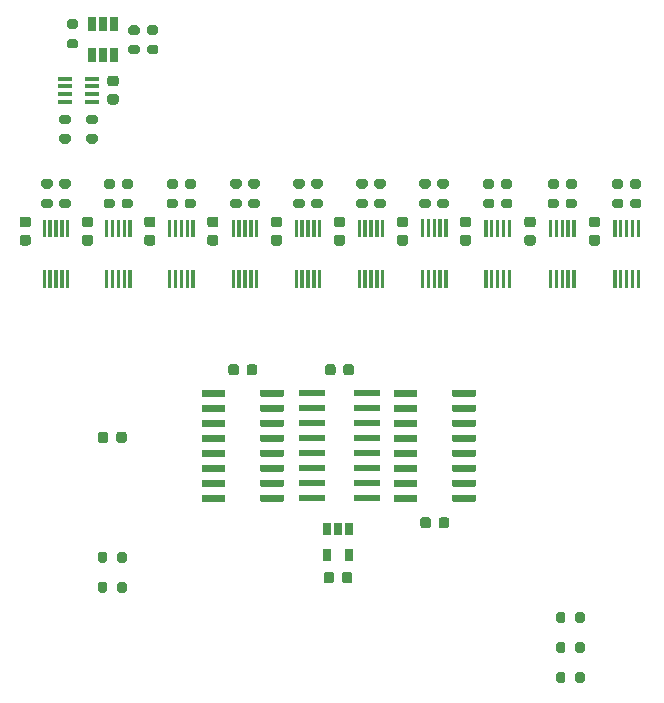
<source format=gbr>
%TF.GenerationSoftware,KiCad,Pcbnew,(5.1.10)-1*%
%TF.CreationDate,2022-10-09T17:15:07-05:00*%
%TF.ProjectId,switcher,73776974-6368-4657-922e-6b696361645f,A*%
%TF.SameCoordinates,Original*%
%TF.FileFunction,Paste,Top*%
%TF.FilePolarity,Positive*%
%FSLAX46Y46*%
G04 Gerber Fmt 4.6, Leading zero omitted, Abs format (unit mm)*
G04 Created by KiCad (PCBNEW (5.1.10)-1) date 2022-10-09 17:15:07*
%MOMM*%
%LPD*%
G01*
G04 APERTURE LIST*
%ADD10R,2.184400X0.558800*%
%ADD11R,0.650000X1.060000*%
%ADD12R,1.219200X0.406400*%
%ADD13R,0.650000X1.220000*%
G04 APERTURE END LIST*
D10*
%TO.C,U2*%
X156222700Y-102298500D03*
X156222700Y-103568500D03*
X156222700Y-104838500D03*
X156222700Y-106108500D03*
X156222700Y-107378500D03*
X156222700Y-108648500D03*
X156222700Y-109918500D03*
X156222700Y-111188500D03*
X151498300Y-111188500D03*
X151498300Y-109918500D03*
X151498300Y-108648500D03*
X151498300Y-107378500D03*
X151498300Y-106108500D03*
X151498300Y-104838500D03*
X151498300Y-103568500D03*
X151498300Y-102298500D03*
%TD*%
%TO.C,R30*%
G36*
G01*
X135045000Y-119020000D02*
X135045000Y-118470000D01*
G75*
G02*
X135245000Y-118270000I200000J0D01*
G01*
X135645000Y-118270000D01*
G75*
G02*
X135845000Y-118470000I0J-200000D01*
G01*
X135845000Y-119020000D01*
G75*
G02*
X135645000Y-119220000I-200000J0D01*
G01*
X135245000Y-119220000D01*
G75*
G02*
X135045000Y-119020000I0J200000D01*
G01*
G37*
G36*
G01*
X133395000Y-119020000D02*
X133395000Y-118470000D01*
G75*
G02*
X133595000Y-118270000I200000J0D01*
G01*
X133995000Y-118270000D01*
G75*
G02*
X134195000Y-118470000I0J-200000D01*
G01*
X134195000Y-119020000D01*
G75*
G02*
X133995000Y-119220000I-200000J0D01*
G01*
X133595000Y-119220000D01*
G75*
G02*
X133395000Y-119020000I0J200000D01*
G01*
G37*
%TD*%
%TO.C,R29*%
G36*
G01*
X134195000Y-115930000D02*
X134195000Y-116480000D01*
G75*
G02*
X133995000Y-116680000I-200000J0D01*
G01*
X133595000Y-116680000D01*
G75*
G02*
X133395000Y-116480000I0J200000D01*
G01*
X133395000Y-115930000D01*
G75*
G02*
X133595000Y-115730000I200000J0D01*
G01*
X133995000Y-115730000D01*
G75*
G02*
X134195000Y-115930000I0J-200000D01*
G01*
G37*
G36*
G01*
X135845000Y-115930000D02*
X135845000Y-116480000D01*
G75*
G02*
X135645000Y-116680000I-200000J0D01*
G01*
X135245000Y-116680000D01*
G75*
G02*
X135045000Y-116480000I0J200000D01*
G01*
X135045000Y-115930000D01*
G75*
G02*
X135245000Y-115730000I200000J0D01*
G01*
X135645000Y-115730000D01*
G75*
G02*
X135845000Y-115930000I0J-200000D01*
G01*
G37*
%TD*%
%TO.C,R28*%
G36*
G01*
X173843500Y-124100000D02*
X173843500Y-123550000D01*
G75*
G02*
X174043500Y-123350000I200000J0D01*
G01*
X174443500Y-123350000D01*
G75*
G02*
X174643500Y-123550000I0J-200000D01*
G01*
X174643500Y-124100000D01*
G75*
G02*
X174443500Y-124300000I-200000J0D01*
G01*
X174043500Y-124300000D01*
G75*
G02*
X173843500Y-124100000I0J200000D01*
G01*
G37*
G36*
G01*
X172193500Y-124100000D02*
X172193500Y-123550000D01*
G75*
G02*
X172393500Y-123350000I200000J0D01*
G01*
X172793500Y-123350000D01*
G75*
G02*
X172993500Y-123550000I0J-200000D01*
G01*
X172993500Y-124100000D01*
G75*
G02*
X172793500Y-124300000I-200000J0D01*
G01*
X172393500Y-124300000D01*
G75*
G02*
X172193500Y-124100000I0J200000D01*
G01*
G37*
%TD*%
%TO.C,R27*%
G36*
G01*
X173843500Y-126640000D02*
X173843500Y-126090000D01*
G75*
G02*
X174043500Y-125890000I200000J0D01*
G01*
X174443500Y-125890000D01*
G75*
G02*
X174643500Y-126090000I0J-200000D01*
G01*
X174643500Y-126640000D01*
G75*
G02*
X174443500Y-126840000I-200000J0D01*
G01*
X174043500Y-126840000D01*
G75*
G02*
X173843500Y-126640000I0J200000D01*
G01*
G37*
G36*
G01*
X172193500Y-126640000D02*
X172193500Y-126090000D01*
G75*
G02*
X172393500Y-125890000I200000J0D01*
G01*
X172793500Y-125890000D01*
G75*
G02*
X172993500Y-126090000I0J-200000D01*
G01*
X172993500Y-126640000D01*
G75*
G02*
X172793500Y-126840000I-200000J0D01*
G01*
X172393500Y-126840000D01*
G75*
G02*
X172193500Y-126640000I0J200000D01*
G01*
G37*
%TD*%
%TO.C,R25*%
G36*
G01*
X173843500Y-121560000D02*
X173843500Y-121010000D01*
G75*
G02*
X174043500Y-120810000I200000J0D01*
G01*
X174443500Y-120810000D01*
G75*
G02*
X174643500Y-121010000I0J-200000D01*
G01*
X174643500Y-121560000D01*
G75*
G02*
X174443500Y-121760000I-200000J0D01*
G01*
X174043500Y-121760000D01*
G75*
G02*
X173843500Y-121560000I0J200000D01*
G01*
G37*
G36*
G01*
X172193500Y-121560000D02*
X172193500Y-121010000D01*
G75*
G02*
X172393500Y-120810000I200000J0D01*
G01*
X172793500Y-120810000D01*
G75*
G02*
X172993500Y-121010000I0J-200000D01*
G01*
X172993500Y-121560000D01*
G75*
G02*
X172793500Y-121760000I-200000J0D01*
G01*
X172393500Y-121760000D01*
G75*
G02*
X172193500Y-121560000I0J200000D01*
G01*
G37*
%TD*%
D11*
%TO.C,U1*%
X154683500Y-115971500D03*
X152783500Y-115971500D03*
X152783500Y-113771500D03*
X153733500Y-113771500D03*
X154683500Y-113771500D03*
%TD*%
%TO.C,FB1*%
G36*
G01*
X134270000Y-105788750D02*
X134270000Y-106301250D01*
G75*
G02*
X134051250Y-106520000I-218750J0D01*
G01*
X133613750Y-106520000D01*
G75*
G02*
X133395000Y-106301250I0J218750D01*
G01*
X133395000Y-105788750D01*
G75*
G02*
X133613750Y-105570000I218750J0D01*
G01*
X134051250Y-105570000D01*
G75*
G02*
X134270000Y-105788750I0J-218750D01*
G01*
G37*
G36*
G01*
X135845000Y-105788750D02*
X135845000Y-106301250D01*
G75*
G02*
X135626250Y-106520000I-218750J0D01*
G01*
X135188750Y-106520000D01*
G75*
G02*
X134970000Y-106301250I0J218750D01*
G01*
X134970000Y-105788750D01*
G75*
G02*
X135188750Y-105570000I218750J0D01*
G01*
X135626250Y-105570000D01*
G75*
G02*
X135845000Y-105788750I0J-218750D01*
G01*
G37*
%TD*%
D12*
%TO.C,U15*%
X132905500Y-75669500D03*
X132905500Y-76319500D03*
X132905500Y-76969500D03*
X132905500Y-77619500D03*
X130619500Y-77619500D03*
X130619500Y-76969500D03*
X130619500Y-76319500D03*
X130619500Y-75669500D03*
%TD*%
%TO.C,U14*%
G36*
G01*
X128990300Y-89072500D02*
X128732700Y-89072500D01*
G75*
G02*
X128721500Y-89061300I0J11200D01*
G01*
X128721500Y-87613700D01*
G75*
G02*
X128732700Y-87602500I11200J0D01*
G01*
X128990300Y-87602500D01*
G75*
G02*
X129001500Y-87613700I0J-11200D01*
G01*
X129001500Y-89061300D01*
G75*
G02*
X128990300Y-89072500I-11200J0D01*
G01*
G37*
G36*
G01*
X129490300Y-89072500D02*
X129232700Y-89072500D01*
G75*
G02*
X129221500Y-89061300I0J11200D01*
G01*
X129221500Y-87613700D01*
G75*
G02*
X129232700Y-87602500I11200J0D01*
G01*
X129490300Y-87602500D01*
G75*
G02*
X129501500Y-87613700I0J-11200D01*
G01*
X129501500Y-89061300D01*
G75*
G02*
X129490300Y-89072500I-11200J0D01*
G01*
G37*
G36*
G01*
X129990300Y-89072500D02*
X129732700Y-89072500D01*
G75*
G02*
X129721500Y-89061300I0J11200D01*
G01*
X129721500Y-87613700D01*
G75*
G02*
X129732700Y-87602500I11200J0D01*
G01*
X129990300Y-87602500D01*
G75*
G02*
X130001500Y-87613700I0J-11200D01*
G01*
X130001500Y-89061300D01*
G75*
G02*
X129990300Y-89072500I-11200J0D01*
G01*
G37*
G36*
G01*
X130490300Y-89072500D02*
X130232700Y-89072500D01*
G75*
G02*
X130221500Y-89061300I0J11200D01*
G01*
X130221500Y-87613700D01*
G75*
G02*
X130232700Y-87602500I11200J0D01*
G01*
X130490300Y-87602500D01*
G75*
G02*
X130501500Y-87613700I0J-11200D01*
G01*
X130501500Y-89061300D01*
G75*
G02*
X130490300Y-89072500I-11200J0D01*
G01*
G37*
G36*
G01*
X130990300Y-89072500D02*
X130732700Y-89072500D01*
G75*
G02*
X130721500Y-89061300I0J11200D01*
G01*
X130721500Y-87613700D01*
G75*
G02*
X130732700Y-87602500I11200J0D01*
G01*
X130990300Y-87602500D01*
G75*
G02*
X131001500Y-87613700I0J-11200D01*
G01*
X131001500Y-89061300D01*
G75*
G02*
X130990300Y-89072500I-11200J0D01*
G01*
G37*
G36*
G01*
X130990300Y-93372500D02*
X130732700Y-93372500D01*
G75*
G02*
X130721500Y-93361300I0J11200D01*
G01*
X130721500Y-91913700D01*
G75*
G02*
X130732700Y-91902500I11200J0D01*
G01*
X130990300Y-91902500D01*
G75*
G02*
X131001500Y-91913700I0J-11200D01*
G01*
X131001500Y-93361300D01*
G75*
G02*
X130990300Y-93372500I-11200J0D01*
G01*
G37*
G36*
G01*
X130490300Y-93372500D02*
X130232700Y-93372500D01*
G75*
G02*
X130221500Y-93361300I0J11200D01*
G01*
X130221500Y-91913700D01*
G75*
G02*
X130232700Y-91902500I11200J0D01*
G01*
X130490300Y-91902500D01*
G75*
G02*
X130501500Y-91913700I0J-11200D01*
G01*
X130501500Y-93361300D01*
G75*
G02*
X130490300Y-93372500I-11200J0D01*
G01*
G37*
G36*
G01*
X129990300Y-93372500D02*
X129732700Y-93372500D01*
G75*
G02*
X129721500Y-93361300I0J11200D01*
G01*
X129721500Y-91913700D01*
G75*
G02*
X129732700Y-91902500I11200J0D01*
G01*
X129990300Y-91902500D01*
G75*
G02*
X130001500Y-91913700I0J-11200D01*
G01*
X130001500Y-93361300D01*
G75*
G02*
X129990300Y-93372500I-11200J0D01*
G01*
G37*
G36*
G01*
X129490300Y-93372500D02*
X129232700Y-93372500D01*
G75*
G02*
X129221500Y-93361300I0J11200D01*
G01*
X129221500Y-91913700D01*
G75*
G02*
X129232700Y-91902500I11200J0D01*
G01*
X129490300Y-91902500D01*
G75*
G02*
X129501500Y-91913700I0J-11200D01*
G01*
X129501500Y-93361300D01*
G75*
G02*
X129490300Y-93372500I-11200J0D01*
G01*
G37*
G36*
G01*
X128990300Y-93372500D02*
X128732700Y-93372500D01*
G75*
G02*
X128721500Y-93361300I0J11200D01*
G01*
X128721500Y-91913700D01*
G75*
G02*
X128732700Y-91902500I11200J0D01*
G01*
X128990300Y-91902500D01*
G75*
G02*
X129001500Y-91913700I0J-11200D01*
G01*
X129001500Y-93361300D01*
G75*
G02*
X128990300Y-93372500I-11200J0D01*
G01*
G37*
%TD*%
%TO.C,U13*%
G36*
G01*
X134260800Y-89072500D02*
X134003200Y-89072500D01*
G75*
G02*
X133992000Y-89061300I0J11200D01*
G01*
X133992000Y-87613700D01*
G75*
G02*
X134003200Y-87602500I11200J0D01*
G01*
X134260800Y-87602500D01*
G75*
G02*
X134272000Y-87613700I0J-11200D01*
G01*
X134272000Y-89061300D01*
G75*
G02*
X134260800Y-89072500I-11200J0D01*
G01*
G37*
G36*
G01*
X134760800Y-89072500D02*
X134503200Y-89072500D01*
G75*
G02*
X134492000Y-89061300I0J11200D01*
G01*
X134492000Y-87613700D01*
G75*
G02*
X134503200Y-87602500I11200J0D01*
G01*
X134760800Y-87602500D01*
G75*
G02*
X134772000Y-87613700I0J-11200D01*
G01*
X134772000Y-89061300D01*
G75*
G02*
X134760800Y-89072500I-11200J0D01*
G01*
G37*
G36*
G01*
X135260800Y-89072500D02*
X135003200Y-89072500D01*
G75*
G02*
X134992000Y-89061300I0J11200D01*
G01*
X134992000Y-87613700D01*
G75*
G02*
X135003200Y-87602500I11200J0D01*
G01*
X135260800Y-87602500D01*
G75*
G02*
X135272000Y-87613700I0J-11200D01*
G01*
X135272000Y-89061300D01*
G75*
G02*
X135260800Y-89072500I-11200J0D01*
G01*
G37*
G36*
G01*
X135760800Y-89072500D02*
X135503200Y-89072500D01*
G75*
G02*
X135492000Y-89061300I0J11200D01*
G01*
X135492000Y-87613700D01*
G75*
G02*
X135503200Y-87602500I11200J0D01*
G01*
X135760800Y-87602500D01*
G75*
G02*
X135772000Y-87613700I0J-11200D01*
G01*
X135772000Y-89061300D01*
G75*
G02*
X135760800Y-89072500I-11200J0D01*
G01*
G37*
G36*
G01*
X136260800Y-89072500D02*
X136003200Y-89072500D01*
G75*
G02*
X135992000Y-89061300I0J11200D01*
G01*
X135992000Y-87613700D01*
G75*
G02*
X136003200Y-87602500I11200J0D01*
G01*
X136260800Y-87602500D01*
G75*
G02*
X136272000Y-87613700I0J-11200D01*
G01*
X136272000Y-89061300D01*
G75*
G02*
X136260800Y-89072500I-11200J0D01*
G01*
G37*
G36*
G01*
X136260800Y-93372500D02*
X136003200Y-93372500D01*
G75*
G02*
X135992000Y-93361300I0J11200D01*
G01*
X135992000Y-91913700D01*
G75*
G02*
X136003200Y-91902500I11200J0D01*
G01*
X136260800Y-91902500D01*
G75*
G02*
X136272000Y-91913700I0J-11200D01*
G01*
X136272000Y-93361300D01*
G75*
G02*
X136260800Y-93372500I-11200J0D01*
G01*
G37*
G36*
G01*
X135760800Y-93372500D02*
X135503200Y-93372500D01*
G75*
G02*
X135492000Y-93361300I0J11200D01*
G01*
X135492000Y-91913700D01*
G75*
G02*
X135503200Y-91902500I11200J0D01*
G01*
X135760800Y-91902500D01*
G75*
G02*
X135772000Y-91913700I0J-11200D01*
G01*
X135772000Y-93361300D01*
G75*
G02*
X135760800Y-93372500I-11200J0D01*
G01*
G37*
G36*
G01*
X135260800Y-93372500D02*
X135003200Y-93372500D01*
G75*
G02*
X134992000Y-93361300I0J11200D01*
G01*
X134992000Y-91913700D01*
G75*
G02*
X135003200Y-91902500I11200J0D01*
G01*
X135260800Y-91902500D01*
G75*
G02*
X135272000Y-91913700I0J-11200D01*
G01*
X135272000Y-93361300D01*
G75*
G02*
X135260800Y-93372500I-11200J0D01*
G01*
G37*
G36*
G01*
X134760800Y-93372500D02*
X134503200Y-93372500D01*
G75*
G02*
X134492000Y-93361300I0J11200D01*
G01*
X134492000Y-91913700D01*
G75*
G02*
X134503200Y-91902500I11200J0D01*
G01*
X134760800Y-91902500D01*
G75*
G02*
X134772000Y-91913700I0J-11200D01*
G01*
X134772000Y-93361300D01*
G75*
G02*
X134760800Y-93372500I-11200J0D01*
G01*
G37*
G36*
G01*
X134260800Y-93372500D02*
X134003200Y-93372500D01*
G75*
G02*
X133992000Y-93361300I0J11200D01*
G01*
X133992000Y-91913700D01*
G75*
G02*
X134003200Y-91902500I11200J0D01*
G01*
X134260800Y-91902500D01*
G75*
G02*
X134272000Y-91913700I0J-11200D01*
G01*
X134272000Y-93361300D01*
G75*
G02*
X134260800Y-93372500I-11200J0D01*
G01*
G37*
%TD*%
%TO.C,U12*%
G36*
G01*
X139594300Y-89072500D02*
X139336700Y-89072500D01*
G75*
G02*
X139325500Y-89061300I0J11200D01*
G01*
X139325500Y-87613700D01*
G75*
G02*
X139336700Y-87602500I11200J0D01*
G01*
X139594300Y-87602500D01*
G75*
G02*
X139605500Y-87613700I0J-11200D01*
G01*
X139605500Y-89061300D01*
G75*
G02*
X139594300Y-89072500I-11200J0D01*
G01*
G37*
G36*
G01*
X140094300Y-89072500D02*
X139836700Y-89072500D01*
G75*
G02*
X139825500Y-89061300I0J11200D01*
G01*
X139825500Y-87613700D01*
G75*
G02*
X139836700Y-87602500I11200J0D01*
G01*
X140094300Y-87602500D01*
G75*
G02*
X140105500Y-87613700I0J-11200D01*
G01*
X140105500Y-89061300D01*
G75*
G02*
X140094300Y-89072500I-11200J0D01*
G01*
G37*
G36*
G01*
X140594300Y-89072500D02*
X140336700Y-89072500D01*
G75*
G02*
X140325500Y-89061300I0J11200D01*
G01*
X140325500Y-87613700D01*
G75*
G02*
X140336700Y-87602500I11200J0D01*
G01*
X140594300Y-87602500D01*
G75*
G02*
X140605500Y-87613700I0J-11200D01*
G01*
X140605500Y-89061300D01*
G75*
G02*
X140594300Y-89072500I-11200J0D01*
G01*
G37*
G36*
G01*
X141094300Y-89072500D02*
X140836700Y-89072500D01*
G75*
G02*
X140825500Y-89061300I0J11200D01*
G01*
X140825500Y-87613700D01*
G75*
G02*
X140836700Y-87602500I11200J0D01*
G01*
X141094300Y-87602500D01*
G75*
G02*
X141105500Y-87613700I0J-11200D01*
G01*
X141105500Y-89061300D01*
G75*
G02*
X141094300Y-89072500I-11200J0D01*
G01*
G37*
G36*
G01*
X141594300Y-89072500D02*
X141336700Y-89072500D01*
G75*
G02*
X141325500Y-89061300I0J11200D01*
G01*
X141325500Y-87613700D01*
G75*
G02*
X141336700Y-87602500I11200J0D01*
G01*
X141594300Y-87602500D01*
G75*
G02*
X141605500Y-87613700I0J-11200D01*
G01*
X141605500Y-89061300D01*
G75*
G02*
X141594300Y-89072500I-11200J0D01*
G01*
G37*
G36*
G01*
X141594300Y-93372500D02*
X141336700Y-93372500D01*
G75*
G02*
X141325500Y-93361300I0J11200D01*
G01*
X141325500Y-91913700D01*
G75*
G02*
X141336700Y-91902500I11200J0D01*
G01*
X141594300Y-91902500D01*
G75*
G02*
X141605500Y-91913700I0J-11200D01*
G01*
X141605500Y-93361300D01*
G75*
G02*
X141594300Y-93372500I-11200J0D01*
G01*
G37*
G36*
G01*
X141094300Y-93372500D02*
X140836700Y-93372500D01*
G75*
G02*
X140825500Y-93361300I0J11200D01*
G01*
X140825500Y-91913700D01*
G75*
G02*
X140836700Y-91902500I11200J0D01*
G01*
X141094300Y-91902500D01*
G75*
G02*
X141105500Y-91913700I0J-11200D01*
G01*
X141105500Y-93361300D01*
G75*
G02*
X141094300Y-93372500I-11200J0D01*
G01*
G37*
G36*
G01*
X140594300Y-93372500D02*
X140336700Y-93372500D01*
G75*
G02*
X140325500Y-93361300I0J11200D01*
G01*
X140325500Y-91913700D01*
G75*
G02*
X140336700Y-91902500I11200J0D01*
G01*
X140594300Y-91902500D01*
G75*
G02*
X140605500Y-91913700I0J-11200D01*
G01*
X140605500Y-93361300D01*
G75*
G02*
X140594300Y-93372500I-11200J0D01*
G01*
G37*
G36*
G01*
X140094300Y-93372500D02*
X139836700Y-93372500D01*
G75*
G02*
X139825500Y-93361300I0J11200D01*
G01*
X139825500Y-91913700D01*
G75*
G02*
X139836700Y-91902500I11200J0D01*
G01*
X140094300Y-91902500D01*
G75*
G02*
X140105500Y-91913700I0J-11200D01*
G01*
X140105500Y-93361300D01*
G75*
G02*
X140094300Y-93372500I-11200J0D01*
G01*
G37*
G36*
G01*
X139594300Y-93372500D02*
X139336700Y-93372500D01*
G75*
G02*
X139325500Y-93361300I0J11200D01*
G01*
X139325500Y-91913700D01*
G75*
G02*
X139336700Y-91902500I11200J0D01*
G01*
X139594300Y-91902500D01*
G75*
G02*
X139605500Y-91913700I0J-11200D01*
G01*
X139605500Y-93361300D01*
G75*
G02*
X139594300Y-93372500I-11200J0D01*
G01*
G37*
%TD*%
%TO.C,U11*%
G36*
G01*
X144991300Y-89072500D02*
X144733700Y-89072500D01*
G75*
G02*
X144722500Y-89061300I0J11200D01*
G01*
X144722500Y-87613700D01*
G75*
G02*
X144733700Y-87602500I11200J0D01*
G01*
X144991300Y-87602500D01*
G75*
G02*
X145002500Y-87613700I0J-11200D01*
G01*
X145002500Y-89061300D01*
G75*
G02*
X144991300Y-89072500I-11200J0D01*
G01*
G37*
G36*
G01*
X145491300Y-89072500D02*
X145233700Y-89072500D01*
G75*
G02*
X145222500Y-89061300I0J11200D01*
G01*
X145222500Y-87613700D01*
G75*
G02*
X145233700Y-87602500I11200J0D01*
G01*
X145491300Y-87602500D01*
G75*
G02*
X145502500Y-87613700I0J-11200D01*
G01*
X145502500Y-89061300D01*
G75*
G02*
X145491300Y-89072500I-11200J0D01*
G01*
G37*
G36*
G01*
X145991300Y-89072500D02*
X145733700Y-89072500D01*
G75*
G02*
X145722500Y-89061300I0J11200D01*
G01*
X145722500Y-87613700D01*
G75*
G02*
X145733700Y-87602500I11200J0D01*
G01*
X145991300Y-87602500D01*
G75*
G02*
X146002500Y-87613700I0J-11200D01*
G01*
X146002500Y-89061300D01*
G75*
G02*
X145991300Y-89072500I-11200J0D01*
G01*
G37*
G36*
G01*
X146491300Y-89072500D02*
X146233700Y-89072500D01*
G75*
G02*
X146222500Y-89061300I0J11200D01*
G01*
X146222500Y-87613700D01*
G75*
G02*
X146233700Y-87602500I11200J0D01*
G01*
X146491300Y-87602500D01*
G75*
G02*
X146502500Y-87613700I0J-11200D01*
G01*
X146502500Y-89061300D01*
G75*
G02*
X146491300Y-89072500I-11200J0D01*
G01*
G37*
G36*
G01*
X146991300Y-89072500D02*
X146733700Y-89072500D01*
G75*
G02*
X146722500Y-89061300I0J11200D01*
G01*
X146722500Y-87613700D01*
G75*
G02*
X146733700Y-87602500I11200J0D01*
G01*
X146991300Y-87602500D01*
G75*
G02*
X147002500Y-87613700I0J-11200D01*
G01*
X147002500Y-89061300D01*
G75*
G02*
X146991300Y-89072500I-11200J0D01*
G01*
G37*
G36*
G01*
X146991300Y-93372500D02*
X146733700Y-93372500D01*
G75*
G02*
X146722500Y-93361300I0J11200D01*
G01*
X146722500Y-91913700D01*
G75*
G02*
X146733700Y-91902500I11200J0D01*
G01*
X146991300Y-91902500D01*
G75*
G02*
X147002500Y-91913700I0J-11200D01*
G01*
X147002500Y-93361300D01*
G75*
G02*
X146991300Y-93372500I-11200J0D01*
G01*
G37*
G36*
G01*
X146491300Y-93372500D02*
X146233700Y-93372500D01*
G75*
G02*
X146222500Y-93361300I0J11200D01*
G01*
X146222500Y-91913700D01*
G75*
G02*
X146233700Y-91902500I11200J0D01*
G01*
X146491300Y-91902500D01*
G75*
G02*
X146502500Y-91913700I0J-11200D01*
G01*
X146502500Y-93361300D01*
G75*
G02*
X146491300Y-93372500I-11200J0D01*
G01*
G37*
G36*
G01*
X145991300Y-93372500D02*
X145733700Y-93372500D01*
G75*
G02*
X145722500Y-93361300I0J11200D01*
G01*
X145722500Y-91913700D01*
G75*
G02*
X145733700Y-91902500I11200J0D01*
G01*
X145991300Y-91902500D01*
G75*
G02*
X146002500Y-91913700I0J-11200D01*
G01*
X146002500Y-93361300D01*
G75*
G02*
X145991300Y-93372500I-11200J0D01*
G01*
G37*
G36*
G01*
X145491300Y-93372500D02*
X145233700Y-93372500D01*
G75*
G02*
X145222500Y-93361300I0J11200D01*
G01*
X145222500Y-91913700D01*
G75*
G02*
X145233700Y-91902500I11200J0D01*
G01*
X145491300Y-91902500D01*
G75*
G02*
X145502500Y-91913700I0J-11200D01*
G01*
X145502500Y-93361300D01*
G75*
G02*
X145491300Y-93372500I-11200J0D01*
G01*
G37*
G36*
G01*
X144991300Y-93372500D02*
X144733700Y-93372500D01*
G75*
G02*
X144722500Y-93361300I0J11200D01*
G01*
X144722500Y-91913700D01*
G75*
G02*
X144733700Y-91902500I11200J0D01*
G01*
X144991300Y-91902500D01*
G75*
G02*
X145002500Y-91913700I0J-11200D01*
G01*
X145002500Y-93361300D01*
G75*
G02*
X144991300Y-93372500I-11200J0D01*
G01*
G37*
%TD*%
%TO.C,U10*%
G36*
G01*
X150324800Y-89072500D02*
X150067200Y-89072500D01*
G75*
G02*
X150056000Y-89061300I0J11200D01*
G01*
X150056000Y-87613700D01*
G75*
G02*
X150067200Y-87602500I11200J0D01*
G01*
X150324800Y-87602500D01*
G75*
G02*
X150336000Y-87613700I0J-11200D01*
G01*
X150336000Y-89061300D01*
G75*
G02*
X150324800Y-89072500I-11200J0D01*
G01*
G37*
G36*
G01*
X150824800Y-89072500D02*
X150567200Y-89072500D01*
G75*
G02*
X150556000Y-89061300I0J11200D01*
G01*
X150556000Y-87613700D01*
G75*
G02*
X150567200Y-87602500I11200J0D01*
G01*
X150824800Y-87602500D01*
G75*
G02*
X150836000Y-87613700I0J-11200D01*
G01*
X150836000Y-89061300D01*
G75*
G02*
X150824800Y-89072500I-11200J0D01*
G01*
G37*
G36*
G01*
X151324800Y-89072500D02*
X151067200Y-89072500D01*
G75*
G02*
X151056000Y-89061300I0J11200D01*
G01*
X151056000Y-87613700D01*
G75*
G02*
X151067200Y-87602500I11200J0D01*
G01*
X151324800Y-87602500D01*
G75*
G02*
X151336000Y-87613700I0J-11200D01*
G01*
X151336000Y-89061300D01*
G75*
G02*
X151324800Y-89072500I-11200J0D01*
G01*
G37*
G36*
G01*
X151824800Y-89072500D02*
X151567200Y-89072500D01*
G75*
G02*
X151556000Y-89061300I0J11200D01*
G01*
X151556000Y-87613700D01*
G75*
G02*
X151567200Y-87602500I11200J0D01*
G01*
X151824800Y-87602500D01*
G75*
G02*
X151836000Y-87613700I0J-11200D01*
G01*
X151836000Y-89061300D01*
G75*
G02*
X151824800Y-89072500I-11200J0D01*
G01*
G37*
G36*
G01*
X152324800Y-89072500D02*
X152067200Y-89072500D01*
G75*
G02*
X152056000Y-89061300I0J11200D01*
G01*
X152056000Y-87613700D01*
G75*
G02*
X152067200Y-87602500I11200J0D01*
G01*
X152324800Y-87602500D01*
G75*
G02*
X152336000Y-87613700I0J-11200D01*
G01*
X152336000Y-89061300D01*
G75*
G02*
X152324800Y-89072500I-11200J0D01*
G01*
G37*
G36*
G01*
X152324800Y-93372500D02*
X152067200Y-93372500D01*
G75*
G02*
X152056000Y-93361300I0J11200D01*
G01*
X152056000Y-91913700D01*
G75*
G02*
X152067200Y-91902500I11200J0D01*
G01*
X152324800Y-91902500D01*
G75*
G02*
X152336000Y-91913700I0J-11200D01*
G01*
X152336000Y-93361300D01*
G75*
G02*
X152324800Y-93372500I-11200J0D01*
G01*
G37*
G36*
G01*
X151824800Y-93372500D02*
X151567200Y-93372500D01*
G75*
G02*
X151556000Y-93361300I0J11200D01*
G01*
X151556000Y-91913700D01*
G75*
G02*
X151567200Y-91902500I11200J0D01*
G01*
X151824800Y-91902500D01*
G75*
G02*
X151836000Y-91913700I0J-11200D01*
G01*
X151836000Y-93361300D01*
G75*
G02*
X151824800Y-93372500I-11200J0D01*
G01*
G37*
G36*
G01*
X151324800Y-93372500D02*
X151067200Y-93372500D01*
G75*
G02*
X151056000Y-93361300I0J11200D01*
G01*
X151056000Y-91913700D01*
G75*
G02*
X151067200Y-91902500I11200J0D01*
G01*
X151324800Y-91902500D01*
G75*
G02*
X151336000Y-91913700I0J-11200D01*
G01*
X151336000Y-93361300D01*
G75*
G02*
X151324800Y-93372500I-11200J0D01*
G01*
G37*
G36*
G01*
X150824800Y-93372500D02*
X150567200Y-93372500D01*
G75*
G02*
X150556000Y-93361300I0J11200D01*
G01*
X150556000Y-91913700D01*
G75*
G02*
X150567200Y-91902500I11200J0D01*
G01*
X150824800Y-91902500D01*
G75*
G02*
X150836000Y-91913700I0J-11200D01*
G01*
X150836000Y-93361300D01*
G75*
G02*
X150824800Y-93372500I-11200J0D01*
G01*
G37*
G36*
G01*
X150324800Y-93372500D02*
X150067200Y-93372500D01*
G75*
G02*
X150056000Y-93361300I0J11200D01*
G01*
X150056000Y-91913700D01*
G75*
G02*
X150067200Y-91902500I11200J0D01*
G01*
X150324800Y-91902500D01*
G75*
G02*
X150336000Y-91913700I0J-11200D01*
G01*
X150336000Y-93361300D01*
G75*
G02*
X150324800Y-93372500I-11200J0D01*
G01*
G37*
%TD*%
%TO.C,U9*%
G36*
G01*
X155658300Y-89072500D02*
X155400700Y-89072500D01*
G75*
G02*
X155389500Y-89061300I0J11200D01*
G01*
X155389500Y-87613700D01*
G75*
G02*
X155400700Y-87602500I11200J0D01*
G01*
X155658300Y-87602500D01*
G75*
G02*
X155669500Y-87613700I0J-11200D01*
G01*
X155669500Y-89061300D01*
G75*
G02*
X155658300Y-89072500I-11200J0D01*
G01*
G37*
G36*
G01*
X156158300Y-89072500D02*
X155900700Y-89072500D01*
G75*
G02*
X155889500Y-89061300I0J11200D01*
G01*
X155889500Y-87613700D01*
G75*
G02*
X155900700Y-87602500I11200J0D01*
G01*
X156158300Y-87602500D01*
G75*
G02*
X156169500Y-87613700I0J-11200D01*
G01*
X156169500Y-89061300D01*
G75*
G02*
X156158300Y-89072500I-11200J0D01*
G01*
G37*
G36*
G01*
X156658300Y-89072500D02*
X156400700Y-89072500D01*
G75*
G02*
X156389500Y-89061300I0J11200D01*
G01*
X156389500Y-87613700D01*
G75*
G02*
X156400700Y-87602500I11200J0D01*
G01*
X156658300Y-87602500D01*
G75*
G02*
X156669500Y-87613700I0J-11200D01*
G01*
X156669500Y-89061300D01*
G75*
G02*
X156658300Y-89072500I-11200J0D01*
G01*
G37*
G36*
G01*
X157158300Y-89072500D02*
X156900700Y-89072500D01*
G75*
G02*
X156889500Y-89061300I0J11200D01*
G01*
X156889500Y-87613700D01*
G75*
G02*
X156900700Y-87602500I11200J0D01*
G01*
X157158300Y-87602500D01*
G75*
G02*
X157169500Y-87613700I0J-11200D01*
G01*
X157169500Y-89061300D01*
G75*
G02*
X157158300Y-89072500I-11200J0D01*
G01*
G37*
G36*
G01*
X157658300Y-89072500D02*
X157400700Y-89072500D01*
G75*
G02*
X157389500Y-89061300I0J11200D01*
G01*
X157389500Y-87613700D01*
G75*
G02*
X157400700Y-87602500I11200J0D01*
G01*
X157658300Y-87602500D01*
G75*
G02*
X157669500Y-87613700I0J-11200D01*
G01*
X157669500Y-89061300D01*
G75*
G02*
X157658300Y-89072500I-11200J0D01*
G01*
G37*
G36*
G01*
X157658300Y-93372500D02*
X157400700Y-93372500D01*
G75*
G02*
X157389500Y-93361300I0J11200D01*
G01*
X157389500Y-91913700D01*
G75*
G02*
X157400700Y-91902500I11200J0D01*
G01*
X157658300Y-91902500D01*
G75*
G02*
X157669500Y-91913700I0J-11200D01*
G01*
X157669500Y-93361300D01*
G75*
G02*
X157658300Y-93372500I-11200J0D01*
G01*
G37*
G36*
G01*
X157158300Y-93372500D02*
X156900700Y-93372500D01*
G75*
G02*
X156889500Y-93361300I0J11200D01*
G01*
X156889500Y-91913700D01*
G75*
G02*
X156900700Y-91902500I11200J0D01*
G01*
X157158300Y-91902500D01*
G75*
G02*
X157169500Y-91913700I0J-11200D01*
G01*
X157169500Y-93361300D01*
G75*
G02*
X157158300Y-93372500I-11200J0D01*
G01*
G37*
G36*
G01*
X156658300Y-93372500D02*
X156400700Y-93372500D01*
G75*
G02*
X156389500Y-93361300I0J11200D01*
G01*
X156389500Y-91913700D01*
G75*
G02*
X156400700Y-91902500I11200J0D01*
G01*
X156658300Y-91902500D01*
G75*
G02*
X156669500Y-91913700I0J-11200D01*
G01*
X156669500Y-93361300D01*
G75*
G02*
X156658300Y-93372500I-11200J0D01*
G01*
G37*
G36*
G01*
X156158300Y-93372500D02*
X155900700Y-93372500D01*
G75*
G02*
X155889500Y-93361300I0J11200D01*
G01*
X155889500Y-91913700D01*
G75*
G02*
X155900700Y-91902500I11200J0D01*
G01*
X156158300Y-91902500D01*
G75*
G02*
X156169500Y-91913700I0J-11200D01*
G01*
X156169500Y-93361300D01*
G75*
G02*
X156158300Y-93372500I-11200J0D01*
G01*
G37*
G36*
G01*
X155658300Y-93372500D02*
X155400700Y-93372500D01*
G75*
G02*
X155389500Y-93361300I0J11200D01*
G01*
X155389500Y-91913700D01*
G75*
G02*
X155400700Y-91902500I11200J0D01*
G01*
X155658300Y-91902500D01*
G75*
G02*
X155669500Y-91913700I0J-11200D01*
G01*
X155669500Y-93361300D01*
G75*
G02*
X155658300Y-93372500I-11200J0D01*
G01*
G37*
%TD*%
%TO.C,U8*%
G36*
G01*
X161007800Y-89063500D02*
X160750200Y-89063500D01*
G75*
G02*
X160739000Y-89052300I0J11200D01*
G01*
X160739000Y-87604700D01*
G75*
G02*
X160750200Y-87593500I11200J0D01*
G01*
X161007800Y-87593500D01*
G75*
G02*
X161019000Y-87604700I0J-11200D01*
G01*
X161019000Y-89052300D01*
G75*
G02*
X161007800Y-89063500I-11200J0D01*
G01*
G37*
G36*
G01*
X161507800Y-89063500D02*
X161250200Y-89063500D01*
G75*
G02*
X161239000Y-89052300I0J11200D01*
G01*
X161239000Y-87604700D01*
G75*
G02*
X161250200Y-87593500I11200J0D01*
G01*
X161507800Y-87593500D01*
G75*
G02*
X161519000Y-87604700I0J-11200D01*
G01*
X161519000Y-89052300D01*
G75*
G02*
X161507800Y-89063500I-11200J0D01*
G01*
G37*
G36*
G01*
X162007800Y-89063500D02*
X161750200Y-89063500D01*
G75*
G02*
X161739000Y-89052300I0J11200D01*
G01*
X161739000Y-87604700D01*
G75*
G02*
X161750200Y-87593500I11200J0D01*
G01*
X162007800Y-87593500D01*
G75*
G02*
X162019000Y-87604700I0J-11200D01*
G01*
X162019000Y-89052300D01*
G75*
G02*
X162007800Y-89063500I-11200J0D01*
G01*
G37*
G36*
G01*
X162507800Y-89063500D02*
X162250200Y-89063500D01*
G75*
G02*
X162239000Y-89052300I0J11200D01*
G01*
X162239000Y-87604700D01*
G75*
G02*
X162250200Y-87593500I11200J0D01*
G01*
X162507800Y-87593500D01*
G75*
G02*
X162519000Y-87604700I0J-11200D01*
G01*
X162519000Y-89052300D01*
G75*
G02*
X162507800Y-89063500I-11200J0D01*
G01*
G37*
G36*
G01*
X163007800Y-89063500D02*
X162750200Y-89063500D01*
G75*
G02*
X162739000Y-89052300I0J11200D01*
G01*
X162739000Y-87604700D01*
G75*
G02*
X162750200Y-87593500I11200J0D01*
G01*
X163007800Y-87593500D01*
G75*
G02*
X163019000Y-87604700I0J-11200D01*
G01*
X163019000Y-89052300D01*
G75*
G02*
X163007800Y-89063500I-11200J0D01*
G01*
G37*
G36*
G01*
X163007800Y-93363500D02*
X162750200Y-93363500D01*
G75*
G02*
X162739000Y-93352300I0J11200D01*
G01*
X162739000Y-91904700D01*
G75*
G02*
X162750200Y-91893500I11200J0D01*
G01*
X163007800Y-91893500D01*
G75*
G02*
X163019000Y-91904700I0J-11200D01*
G01*
X163019000Y-93352300D01*
G75*
G02*
X163007800Y-93363500I-11200J0D01*
G01*
G37*
G36*
G01*
X162507800Y-93363500D02*
X162250200Y-93363500D01*
G75*
G02*
X162239000Y-93352300I0J11200D01*
G01*
X162239000Y-91904700D01*
G75*
G02*
X162250200Y-91893500I11200J0D01*
G01*
X162507800Y-91893500D01*
G75*
G02*
X162519000Y-91904700I0J-11200D01*
G01*
X162519000Y-93352300D01*
G75*
G02*
X162507800Y-93363500I-11200J0D01*
G01*
G37*
G36*
G01*
X162007800Y-93363500D02*
X161750200Y-93363500D01*
G75*
G02*
X161739000Y-93352300I0J11200D01*
G01*
X161739000Y-91904700D01*
G75*
G02*
X161750200Y-91893500I11200J0D01*
G01*
X162007800Y-91893500D01*
G75*
G02*
X162019000Y-91904700I0J-11200D01*
G01*
X162019000Y-93352300D01*
G75*
G02*
X162007800Y-93363500I-11200J0D01*
G01*
G37*
G36*
G01*
X161507800Y-93363500D02*
X161250200Y-93363500D01*
G75*
G02*
X161239000Y-93352300I0J11200D01*
G01*
X161239000Y-91904700D01*
G75*
G02*
X161250200Y-91893500I11200J0D01*
G01*
X161507800Y-91893500D01*
G75*
G02*
X161519000Y-91904700I0J-11200D01*
G01*
X161519000Y-93352300D01*
G75*
G02*
X161507800Y-93363500I-11200J0D01*
G01*
G37*
G36*
G01*
X161007800Y-93363500D02*
X160750200Y-93363500D01*
G75*
G02*
X160739000Y-93352300I0J11200D01*
G01*
X160739000Y-91904700D01*
G75*
G02*
X160750200Y-91893500I11200J0D01*
G01*
X161007800Y-91893500D01*
G75*
G02*
X161019000Y-91904700I0J-11200D01*
G01*
X161019000Y-93352300D01*
G75*
G02*
X161007800Y-93363500I-11200J0D01*
G01*
G37*
%TD*%
%TO.C,U7*%
G36*
G01*
X166388800Y-89072500D02*
X166131200Y-89072500D01*
G75*
G02*
X166120000Y-89061300I0J11200D01*
G01*
X166120000Y-87613700D01*
G75*
G02*
X166131200Y-87602500I11200J0D01*
G01*
X166388800Y-87602500D01*
G75*
G02*
X166400000Y-87613700I0J-11200D01*
G01*
X166400000Y-89061300D01*
G75*
G02*
X166388800Y-89072500I-11200J0D01*
G01*
G37*
G36*
G01*
X166888800Y-89072500D02*
X166631200Y-89072500D01*
G75*
G02*
X166620000Y-89061300I0J11200D01*
G01*
X166620000Y-87613700D01*
G75*
G02*
X166631200Y-87602500I11200J0D01*
G01*
X166888800Y-87602500D01*
G75*
G02*
X166900000Y-87613700I0J-11200D01*
G01*
X166900000Y-89061300D01*
G75*
G02*
X166888800Y-89072500I-11200J0D01*
G01*
G37*
G36*
G01*
X167388800Y-89072500D02*
X167131200Y-89072500D01*
G75*
G02*
X167120000Y-89061300I0J11200D01*
G01*
X167120000Y-87613700D01*
G75*
G02*
X167131200Y-87602500I11200J0D01*
G01*
X167388800Y-87602500D01*
G75*
G02*
X167400000Y-87613700I0J-11200D01*
G01*
X167400000Y-89061300D01*
G75*
G02*
X167388800Y-89072500I-11200J0D01*
G01*
G37*
G36*
G01*
X167888800Y-89072500D02*
X167631200Y-89072500D01*
G75*
G02*
X167620000Y-89061300I0J11200D01*
G01*
X167620000Y-87613700D01*
G75*
G02*
X167631200Y-87602500I11200J0D01*
G01*
X167888800Y-87602500D01*
G75*
G02*
X167900000Y-87613700I0J-11200D01*
G01*
X167900000Y-89061300D01*
G75*
G02*
X167888800Y-89072500I-11200J0D01*
G01*
G37*
G36*
G01*
X168388800Y-89072500D02*
X168131200Y-89072500D01*
G75*
G02*
X168120000Y-89061300I0J11200D01*
G01*
X168120000Y-87613700D01*
G75*
G02*
X168131200Y-87602500I11200J0D01*
G01*
X168388800Y-87602500D01*
G75*
G02*
X168400000Y-87613700I0J-11200D01*
G01*
X168400000Y-89061300D01*
G75*
G02*
X168388800Y-89072500I-11200J0D01*
G01*
G37*
G36*
G01*
X168388800Y-93372500D02*
X168131200Y-93372500D01*
G75*
G02*
X168120000Y-93361300I0J11200D01*
G01*
X168120000Y-91913700D01*
G75*
G02*
X168131200Y-91902500I11200J0D01*
G01*
X168388800Y-91902500D01*
G75*
G02*
X168400000Y-91913700I0J-11200D01*
G01*
X168400000Y-93361300D01*
G75*
G02*
X168388800Y-93372500I-11200J0D01*
G01*
G37*
G36*
G01*
X167888800Y-93372500D02*
X167631200Y-93372500D01*
G75*
G02*
X167620000Y-93361300I0J11200D01*
G01*
X167620000Y-91913700D01*
G75*
G02*
X167631200Y-91902500I11200J0D01*
G01*
X167888800Y-91902500D01*
G75*
G02*
X167900000Y-91913700I0J-11200D01*
G01*
X167900000Y-93361300D01*
G75*
G02*
X167888800Y-93372500I-11200J0D01*
G01*
G37*
G36*
G01*
X167388800Y-93372500D02*
X167131200Y-93372500D01*
G75*
G02*
X167120000Y-93361300I0J11200D01*
G01*
X167120000Y-91913700D01*
G75*
G02*
X167131200Y-91902500I11200J0D01*
G01*
X167388800Y-91902500D01*
G75*
G02*
X167400000Y-91913700I0J-11200D01*
G01*
X167400000Y-93361300D01*
G75*
G02*
X167388800Y-93372500I-11200J0D01*
G01*
G37*
G36*
G01*
X166888800Y-93372500D02*
X166631200Y-93372500D01*
G75*
G02*
X166620000Y-93361300I0J11200D01*
G01*
X166620000Y-91913700D01*
G75*
G02*
X166631200Y-91902500I11200J0D01*
G01*
X166888800Y-91902500D01*
G75*
G02*
X166900000Y-91913700I0J-11200D01*
G01*
X166900000Y-93361300D01*
G75*
G02*
X166888800Y-93372500I-11200J0D01*
G01*
G37*
G36*
G01*
X166388800Y-93372500D02*
X166131200Y-93372500D01*
G75*
G02*
X166120000Y-93361300I0J11200D01*
G01*
X166120000Y-91913700D01*
G75*
G02*
X166131200Y-91902500I11200J0D01*
G01*
X166388800Y-91902500D01*
G75*
G02*
X166400000Y-91913700I0J-11200D01*
G01*
X166400000Y-93361300D01*
G75*
G02*
X166388800Y-93372500I-11200J0D01*
G01*
G37*
%TD*%
%TO.C,U6*%
G36*
G01*
X171849300Y-89072500D02*
X171591700Y-89072500D01*
G75*
G02*
X171580500Y-89061300I0J11200D01*
G01*
X171580500Y-87613700D01*
G75*
G02*
X171591700Y-87602500I11200J0D01*
G01*
X171849300Y-87602500D01*
G75*
G02*
X171860500Y-87613700I0J-11200D01*
G01*
X171860500Y-89061300D01*
G75*
G02*
X171849300Y-89072500I-11200J0D01*
G01*
G37*
G36*
G01*
X172349300Y-89072500D02*
X172091700Y-89072500D01*
G75*
G02*
X172080500Y-89061300I0J11200D01*
G01*
X172080500Y-87613700D01*
G75*
G02*
X172091700Y-87602500I11200J0D01*
G01*
X172349300Y-87602500D01*
G75*
G02*
X172360500Y-87613700I0J-11200D01*
G01*
X172360500Y-89061300D01*
G75*
G02*
X172349300Y-89072500I-11200J0D01*
G01*
G37*
G36*
G01*
X172849300Y-89072500D02*
X172591700Y-89072500D01*
G75*
G02*
X172580500Y-89061300I0J11200D01*
G01*
X172580500Y-87613700D01*
G75*
G02*
X172591700Y-87602500I11200J0D01*
G01*
X172849300Y-87602500D01*
G75*
G02*
X172860500Y-87613700I0J-11200D01*
G01*
X172860500Y-89061300D01*
G75*
G02*
X172849300Y-89072500I-11200J0D01*
G01*
G37*
G36*
G01*
X173349300Y-89072500D02*
X173091700Y-89072500D01*
G75*
G02*
X173080500Y-89061300I0J11200D01*
G01*
X173080500Y-87613700D01*
G75*
G02*
X173091700Y-87602500I11200J0D01*
G01*
X173349300Y-87602500D01*
G75*
G02*
X173360500Y-87613700I0J-11200D01*
G01*
X173360500Y-89061300D01*
G75*
G02*
X173349300Y-89072500I-11200J0D01*
G01*
G37*
G36*
G01*
X173849300Y-89072500D02*
X173591700Y-89072500D01*
G75*
G02*
X173580500Y-89061300I0J11200D01*
G01*
X173580500Y-87613700D01*
G75*
G02*
X173591700Y-87602500I11200J0D01*
G01*
X173849300Y-87602500D01*
G75*
G02*
X173860500Y-87613700I0J-11200D01*
G01*
X173860500Y-89061300D01*
G75*
G02*
X173849300Y-89072500I-11200J0D01*
G01*
G37*
G36*
G01*
X173849300Y-93372500D02*
X173591700Y-93372500D01*
G75*
G02*
X173580500Y-93361300I0J11200D01*
G01*
X173580500Y-91913700D01*
G75*
G02*
X173591700Y-91902500I11200J0D01*
G01*
X173849300Y-91902500D01*
G75*
G02*
X173860500Y-91913700I0J-11200D01*
G01*
X173860500Y-93361300D01*
G75*
G02*
X173849300Y-93372500I-11200J0D01*
G01*
G37*
G36*
G01*
X173349300Y-93372500D02*
X173091700Y-93372500D01*
G75*
G02*
X173080500Y-93361300I0J11200D01*
G01*
X173080500Y-91913700D01*
G75*
G02*
X173091700Y-91902500I11200J0D01*
G01*
X173349300Y-91902500D01*
G75*
G02*
X173360500Y-91913700I0J-11200D01*
G01*
X173360500Y-93361300D01*
G75*
G02*
X173349300Y-93372500I-11200J0D01*
G01*
G37*
G36*
G01*
X172849300Y-93372500D02*
X172591700Y-93372500D01*
G75*
G02*
X172580500Y-93361300I0J11200D01*
G01*
X172580500Y-91913700D01*
G75*
G02*
X172591700Y-91902500I11200J0D01*
G01*
X172849300Y-91902500D01*
G75*
G02*
X172860500Y-91913700I0J-11200D01*
G01*
X172860500Y-93361300D01*
G75*
G02*
X172849300Y-93372500I-11200J0D01*
G01*
G37*
G36*
G01*
X172349300Y-93372500D02*
X172091700Y-93372500D01*
G75*
G02*
X172080500Y-93361300I0J11200D01*
G01*
X172080500Y-91913700D01*
G75*
G02*
X172091700Y-91902500I11200J0D01*
G01*
X172349300Y-91902500D01*
G75*
G02*
X172360500Y-91913700I0J-11200D01*
G01*
X172360500Y-93361300D01*
G75*
G02*
X172349300Y-93372500I-11200J0D01*
G01*
G37*
G36*
G01*
X171849300Y-93372500D02*
X171591700Y-93372500D01*
G75*
G02*
X171580500Y-93361300I0J11200D01*
G01*
X171580500Y-91913700D01*
G75*
G02*
X171591700Y-91902500I11200J0D01*
G01*
X171849300Y-91902500D01*
G75*
G02*
X171860500Y-91913700I0J-11200D01*
G01*
X171860500Y-93361300D01*
G75*
G02*
X171849300Y-93372500I-11200J0D01*
G01*
G37*
%TD*%
%TO.C,U5*%
G36*
G01*
X177309800Y-89072500D02*
X177052200Y-89072500D01*
G75*
G02*
X177041000Y-89061300I0J11200D01*
G01*
X177041000Y-87613700D01*
G75*
G02*
X177052200Y-87602500I11200J0D01*
G01*
X177309800Y-87602500D01*
G75*
G02*
X177321000Y-87613700I0J-11200D01*
G01*
X177321000Y-89061300D01*
G75*
G02*
X177309800Y-89072500I-11200J0D01*
G01*
G37*
G36*
G01*
X177809800Y-89072500D02*
X177552200Y-89072500D01*
G75*
G02*
X177541000Y-89061300I0J11200D01*
G01*
X177541000Y-87613700D01*
G75*
G02*
X177552200Y-87602500I11200J0D01*
G01*
X177809800Y-87602500D01*
G75*
G02*
X177821000Y-87613700I0J-11200D01*
G01*
X177821000Y-89061300D01*
G75*
G02*
X177809800Y-89072500I-11200J0D01*
G01*
G37*
G36*
G01*
X178309800Y-89072500D02*
X178052200Y-89072500D01*
G75*
G02*
X178041000Y-89061300I0J11200D01*
G01*
X178041000Y-87613700D01*
G75*
G02*
X178052200Y-87602500I11200J0D01*
G01*
X178309800Y-87602500D01*
G75*
G02*
X178321000Y-87613700I0J-11200D01*
G01*
X178321000Y-89061300D01*
G75*
G02*
X178309800Y-89072500I-11200J0D01*
G01*
G37*
G36*
G01*
X178809800Y-89072500D02*
X178552200Y-89072500D01*
G75*
G02*
X178541000Y-89061300I0J11200D01*
G01*
X178541000Y-87613700D01*
G75*
G02*
X178552200Y-87602500I11200J0D01*
G01*
X178809800Y-87602500D01*
G75*
G02*
X178821000Y-87613700I0J-11200D01*
G01*
X178821000Y-89061300D01*
G75*
G02*
X178809800Y-89072500I-11200J0D01*
G01*
G37*
G36*
G01*
X179309800Y-89072500D02*
X179052200Y-89072500D01*
G75*
G02*
X179041000Y-89061300I0J11200D01*
G01*
X179041000Y-87613700D01*
G75*
G02*
X179052200Y-87602500I11200J0D01*
G01*
X179309800Y-87602500D01*
G75*
G02*
X179321000Y-87613700I0J-11200D01*
G01*
X179321000Y-89061300D01*
G75*
G02*
X179309800Y-89072500I-11200J0D01*
G01*
G37*
G36*
G01*
X179309800Y-93372500D02*
X179052200Y-93372500D01*
G75*
G02*
X179041000Y-93361300I0J11200D01*
G01*
X179041000Y-91913700D01*
G75*
G02*
X179052200Y-91902500I11200J0D01*
G01*
X179309800Y-91902500D01*
G75*
G02*
X179321000Y-91913700I0J-11200D01*
G01*
X179321000Y-93361300D01*
G75*
G02*
X179309800Y-93372500I-11200J0D01*
G01*
G37*
G36*
G01*
X178809800Y-93372500D02*
X178552200Y-93372500D01*
G75*
G02*
X178541000Y-93361300I0J11200D01*
G01*
X178541000Y-91913700D01*
G75*
G02*
X178552200Y-91902500I11200J0D01*
G01*
X178809800Y-91902500D01*
G75*
G02*
X178821000Y-91913700I0J-11200D01*
G01*
X178821000Y-93361300D01*
G75*
G02*
X178809800Y-93372500I-11200J0D01*
G01*
G37*
G36*
G01*
X178309800Y-93372500D02*
X178052200Y-93372500D01*
G75*
G02*
X178041000Y-93361300I0J11200D01*
G01*
X178041000Y-91913700D01*
G75*
G02*
X178052200Y-91902500I11200J0D01*
G01*
X178309800Y-91902500D01*
G75*
G02*
X178321000Y-91913700I0J-11200D01*
G01*
X178321000Y-93361300D01*
G75*
G02*
X178309800Y-93372500I-11200J0D01*
G01*
G37*
G36*
G01*
X177809800Y-93372500D02*
X177552200Y-93372500D01*
G75*
G02*
X177541000Y-93361300I0J11200D01*
G01*
X177541000Y-91913700D01*
G75*
G02*
X177552200Y-91902500I11200J0D01*
G01*
X177809800Y-91902500D01*
G75*
G02*
X177821000Y-91913700I0J-11200D01*
G01*
X177821000Y-93361300D01*
G75*
G02*
X177809800Y-93372500I-11200J0D01*
G01*
G37*
G36*
G01*
X177309800Y-93372500D02*
X177052200Y-93372500D01*
G75*
G02*
X177041000Y-93361300I0J11200D01*
G01*
X177041000Y-91913700D01*
G75*
G02*
X177052200Y-91902500I11200J0D01*
G01*
X177309800Y-91902500D01*
G75*
G02*
X177321000Y-91913700I0J-11200D01*
G01*
X177321000Y-93361300D01*
G75*
G02*
X177309800Y-93372500I-11200J0D01*
G01*
G37*
%TD*%
%TO.C,U4*%
G36*
G01*
X147159000Y-102556500D02*
X147159000Y-102040500D01*
G75*
G02*
X147201000Y-101998500I42000J0D01*
G01*
X149087000Y-101998500D01*
G75*
G02*
X149129000Y-102040500I0J-42000D01*
G01*
X149129000Y-102556500D01*
G75*
G02*
X149087000Y-102598500I-42000J0D01*
G01*
X147201000Y-102598500D01*
G75*
G02*
X147159000Y-102556500I0J42000D01*
G01*
G37*
G36*
G01*
X147159000Y-103826500D02*
X147159000Y-103310500D01*
G75*
G02*
X147201000Y-103268500I42000J0D01*
G01*
X149087000Y-103268500D01*
G75*
G02*
X149129000Y-103310500I0J-42000D01*
G01*
X149129000Y-103826500D01*
G75*
G02*
X149087000Y-103868500I-42000J0D01*
G01*
X147201000Y-103868500D01*
G75*
G02*
X147159000Y-103826500I0J42000D01*
G01*
G37*
G36*
G01*
X147159000Y-105096500D02*
X147159000Y-104580500D01*
G75*
G02*
X147201000Y-104538500I42000J0D01*
G01*
X149087000Y-104538500D01*
G75*
G02*
X149129000Y-104580500I0J-42000D01*
G01*
X149129000Y-105096500D01*
G75*
G02*
X149087000Y-105138500I-42000J0D01*
G01*
X147201000Y-105138500D01*
G75*
G02*
X147159000Y-105096500I0J42000D01*
G01*
G37*
G36*
G01*
X147159000Y-106366500D02*
X147159000Y-105850500D01*
G75*
G02*
X147201000Y-105808500I42000J0D01*
G01*
X149087000Y-105808500D01*
G75*
G02*
X149129000Y-105850500I0J-42000D01*
G01*
X149129000Y-106366500D01*
G75*
G02*
X149087000Y-106408500I-42000J0D01*
G01*
X147201000Y-106408500D01*
G75*
G02*
X147159000Y-106366500I0J42000D01*
G01*
G37*
G36*
G01*
X147159000Y-107636500D02*
X147159000Y-107120500D01*
G75*
G02*
X147201000Y-107078500I42000J0D01*
G01*
X149087000Y-107078500D01*
G75*
G02*
X149129000Y-107120500I0J-42000D01*
G01*
X149129000Y-107636500D01*
G75*
G02*
X149087000Y-107678500I-42000J0D01*
G01*
X147201000Y-107678500D01*
G75*
G02*
X147159000Y-107636500I0J42000D01*
G01*
G37*
G36*
G01*
X147159000Y-108906500D02*
X147159000Y-108390500D01*
G75*
G02*
X147201000Y-108348500I42000J0D01*
G01*
X149087000Y-108348500D01*
G75*
G02*
X149129000Y-108390500I0J-42000D01*
G01*
X149129000Y-108906500D01*
G75*
G02*
X149087000Y-108948500I-42000J0D01*
G01*
X147201000Y-108948500D01*
G75*
G02*
X147159000Y-108906500I0J42000D01*
G01*
G37*
G36*
G01*
X147159000Y-110176500D02*
X147159000Y-109660500D01*
G75*
G02*
X147201000Y-109618500I42000J0D01*
G01*
X149087000Y-109618500D01*
G75*
G02*
X149129000Y-109660500I0J-42000D01*
G01*
X149129000Y-110176500D01*
G75*
G02*
X149087000Y-110218500I-42000J0D01*
G01*
X147201000Y-110218500D01*
G75*
G02*
X147159000Y-110176500I0J42000D01*
G01*
G37*
G36*
G01*
X147159000Y-111446500D02*
X147159000Y-110930500D01*
G75*
G02*
X147201000Y-110888500I42000J0D01*
G01*
X149087000Y-110888500D01*
G75*
G02*
X149129000Y-110930500I0J-42000D01*
G01*
X149129000Y-111446500D01*
G75*
G02*
X149087000Y-111488500I-42000J0D01*
G01*
X147201000Y-111488500D01*
G75*
G02*
X147159000Y-111446500I0J42000D01*
G01*
G37*
G36*
G01*
X142209000Y-111446500D02*
X142209000Y-110930500D01*
G75*
G02*
X142251000Y-110888500I42000J0D01*
G01*
X144137000Y-110888500D01*
G75*
G02*
X144179000Y-110930500I0J-42000D01*
G01*
X144179000Y-111446500D01*
G75*
G02*
X144137000Y-111488500I-42000J0D01*
G01*
X142251000Y-111488500D01*
G75*
G02*
X142209000Y-111446500I0J42000D01*
G01*
G37*
G36*
G01*
X142209000Y-110176500D02*
X142209000Y-109660500D01*
G75*
G02*
X142251000Y-109618500I42000J0D01*
G01*
X144137000Y-109618500D01*
G75*
G02*
X144179000Y-109660500I0J-42000D01*
G01*
X144179000Y-110176500D01*
G75*
G02*
X144137000Y-110218500I-42000J0D01*
G01*
X142251000Y-110218500D01*
G75*
G02*
X142209000Y-110176500I0J42000D01*
G01*
G37*
G36*
G01*
X142209000Y-108906500D02*
X142209000Y-108390500D01*
G75*
G02*
X142251000Y-108348500I42000J0D01*
G01*
X144137000Y-108348500D01*
G75*
G02*
X144179000Y-108390500I0J-42000D01*
G01*
X144179000Y-108906500D01*
G75*
G02*
X144137000Y-108948500I-42000J0D01*
G01*
X142251000Y-108948500D01*
G75*
G02*
X142209000Y-108906500I0J42000D01*
G01*
G37*
G36*
G01*
X142209000Y-107636500D02*
X142209000Y-107120500D01*
G75*
G02*
X142251000Y-107078500I42000J0D01*
G01*
X144137000Y-107078500D01*
G75*
G02*
X144179000Y-107120500I0J-42000D01*
G01*
X144179000Y-107636500D01*
G75*
G02*
X144137000Y-107678500I-42000J0D01*
G01*
X142251000Y-107678500D01*
G75*
G02*
X142209000Y-107636500I0J42000D01*
G01*
G37*
G36*
G01*
X142209000Y-106366500D02*
X142209000Y-105850500D01*
G75*
G02*
X142251000Y-105808500I42000J0D01*
G01*
X144137000Y-105808500D01*
G75*
G02*
X144179000Y-105850500I0J-42000D01*
G01*
X144179000Y-106366500D01*
G75*
G02*
X144137000Y-106408500I-42000J0D01*
G01*
X142251000Y-106408500D01*
G75*
G02*
X142209000Y-106366500I0J42000D01*
G01*
G37*
G36*
G01*
X142209000Y-105096500D02*
X142209000Y-104580500D01*
G75*
G02*
X142251000Y-104538500I42000J0D01*
G01*
X144137000Y-104538500D01*
G75*
G02*
X144179000Y-104580500I0J-42000D01*
G01*
X144179000Y-105096500D01*
G75*
G02*
X144137000Y-105138500I-42000J0D01*
G01*
X142251000Y-105138500D01*
G75*
G02*
X142209000Y-105096500I0J42000D01*
G01*
G37*
G36*
G01*
X142209000Y-103826500D02*
X142209000Y-103310500D01*
G75*
G02*
X142251000Y-103268500I42000J0D01*
G01*
X144137000Y-103268500D01*
G75*
G02*
X144179000Y-103310500I0J-42000D01*
G01*
X144179000Y-103826500D01*
G75*
G02*
X144137000Y-103868500I-42000J0D01*
G01*
X142251000Y-103868500D01*
G75*
G02*
X142209000Y-103826500I0J42000D01*
G01*
G37*
G36*
G01*
X142209000Y-102556500D02*
X142209000Y-102040500D01*
G75*
G02*
X142251000Y-101998500I42000J0D01*
G01*
X144137000Y-101998500D01*
G75*
G02*
X144179000Y-102040500I0J-42000D01*
G01*
X144179000Y-102556500D01*
G75*
G02*
X144137000Y-102598500I-42000J0D01*
G01*
X142251000Y-102598500D01*
G75*
G02*
X142209000Y-102556500I0J42000D01*
G01*
G37*
%TD*%
%TO.C,U3*%
G36*
G01*
X160435000Y-110930500D02*
X160435000Y-111446500D01*
G75*
G02*
X160393000Y-111488500I-42000J0D01*
G01*
X158507000Y-111488500D01*
G75*
G02*
X158465000Y-111446500I0J42000D01*
G01*
X158465000Y-110930500D01*
G75*
G02*
X158507000Y-110888500I42000J0D01*
G01*
X160393000Y-110888500D01*
G75*
G02*
X160435000Y-110930500I0J-42000D01*
G01*
G37*
G36*
G01*
X160435000Y-109660500D02*
X160435000Y-110176500D01*
G75*
G02*
X160393000Y-110218500I-42000J0D01*
G01*
X158507000Y-110218500D01*
G75*
G02*
X158465000Y-110176500I0J42000D01*
G01*
X158465000Y-109660500D01*
G75*
G02*
X158507000Y-109618500I42000J0D01*
G01*
X160393000Y-109618500D01*
G75*
G02*
X160435000Y-109660500I0J-42000D01*
G01*
G37*
G36*
G01*
X160435000Y-108390500D02*
X160435000Y-108906500D01*
G75*
G02*
X160393000Y-108948500I-42000J0D01*
G01*
X158507000Y-108948500D01*
G75*
G02*
X158465000Y-108906500I0J42000D01*
G01*
X158465000Y-108390500D01*
G75*
G02*
X158507000Y-108348500I42000J0D01*
G01*
X160393000Y-108348500D01*
G75*
G02*
X160435000Y-108390500I0J-42000D01*
G01*
G37*
G36*
G01*
X160435000Y-107120500D02*
X160435000Y-107636500D01*
G75*
G02*
X160393000Y-107678500I-42000J0D01*
G01*
X158507000Y-107678500D01*
G75*
G02*
X158465000Y-107636500I0J42000D01*
G01*
X158465000Y-107120500D01*
G75*
G02*
X158507000Y-107078500I42000J0D01*
G01*
X160393000Y-107078500D01*
G75*
G02*
X160435000Y-107120500I0J-42000D01*
G01*
G37*
G36*
G01*
X160435000Y-105850500D02*
X160435000Y-106366500D01*
G75*
G02*
X160393000Y-106408500I-42000J0D01*
G01*
X158507000Y-106408500D01*
G75*
G02*
X158465000Y-106366500I0J42000D01*
G01*
X158465000Y-105850500D01*
G75*
G02*
X158507000Y-105808500I42000J0D01*
G01*
X160393000Y-105808500D01*
G75*
G02*
X160435000Y-105850500I0J-42000D01*
G01*
G37*
G36*
G01*
X160435000Y-104580500D02*
X160435000Y-105096500D01*
G75*
G02*
X160393000Y-105138500I-42000J0D01*
G01*
X158507000Y-105138500D01*
G75*
G02*
X158465000Y-105096500I0J42000D01*
G01*
X158465000Y-104580500D01*
G75*
G02*
X158507000Y-104538500I42000J0D01*
G01*
X160393000Y-104538500D01*
G75*
G02*
X160435000Y-104580500I0J-42000D01*
G01*
G37*
G36*
G01*
X160435000Y-103310500D02*
X160435000Y-103826500D01*
G75*
G02*
X160393000Y-103868500I-42000J0D01*
G01*
X158507000Y-103868500D01*
G75*
G02*
X158465000Y-103826500I0J42000D01*
G01*
X158465000Y-103310500D01*
G75*
G02*
X158507000Y-103268500I42000J0D01*
G01*
X160393000Y-103268500D01*
G75*
G02*
X160435000Y-103310500I0J-42000D01*
G01*
G37*
G36*
G01*
X160435000Y-102040500D02*
X160435000Y-102556500D01*
G75*
G02*
X160393000Y-102598500I-42000J0D01*
G01*
X158507000Y-102598500D01*
G75*
G02*
X158465000Y-102556500I0J42000D01*
G01*
X158465000Y-102040500D01*
G75*
G02*
X158507000Y-101998500I42000J0D01*
G01*
X160393000Y-101998500D01*
G75*
G02*
X160435000Y-102040500I0J-42000D01*
G01*
G37*
G36*
G01*
X165385000Y-102040500D02*
X165385000Y-102556500D01*
G75*
G02*
X165343000Y-102598500I-42000J0D01*
G01*
X163457000Y-102598500D01*
G75*
G02*
X163415000Y-102556500I0J42000D01*
G01*
X163415000Y-102040500D01*
G75*
G02*
X163457000Y-101998500I42000J0D01*
G01*
X165343000Y-101998500D01*
G75*
G02*
X165385000Y-102040500I0J-42000D01*
G01*
G37*
G36*
G01*
X165385000Y-103310500D02*
X165385000Y-103826500D01*
G75*
G02*
X165343000Y-103868500I-42000J0D01*
G01*
X163457000Y-103868500D01*
G75*
G02*
X163415000Y-103826500I0J42000D01*
G01*
X163415000Y-103310500D01*
G75*
G02*
X163457000Y-103268500I42000J0D01*
G01*
X165343000Y-103268500D01*
G75*
G02*
X165385000Y-103310500I0J-42000D01*
G01*
G37*
G36*
G01*
X165385000Y-104580500D02*
X165385000Y-105096500D01*
G75*
G02*
X165343000Y-105138500I-42000J0D01*
G01*
X163457000Y-105138500D01*
G75*
G02*
X163415000Y-105096500I0J42000D01*
G01*
X163415000Y-104580500D01*
G75*
G02*
X163457000Y-104538500I42000J0D01*
G01*
X165343000Y-104538500D01*
G75*
G02*
X165385000Y-104580500I0J-42000D01*
G01*
G37*
G36*
G01*
X165385000Y-105850500D02*
X165385000Y-106366500D01*
G75*
G02*
X165343000Y-106408500I-42000J0D01*
G01*
X163457000Y-106408500D01*
G75*
G02*
X163415000Y-106366500I0J42000D01*
G01*
X163415000Y-105850500D01*
G75*
G02*
X163457000Y-105808500I42000J0D01*
G01*
X165343000Y-105808500D01*
G75*
G02*
X165385000Y-105850500I0J-42000D01*
G01*
G37*
G36*
G01*
X165385000Y-107120500D02*
X165385000Y-107636500D01*
G75*
G02*
X165343000Y-107678500I-42000J0D01*
G01*
X163457000Y-107678500D01*
G75*
G02*
X163415000Y-107636500I0J42000D01*
G01*
X163415000Y-107120500D01*
G75*
G02*
X163457000Y-107078500I42000J0D01*
G01*
X165343000Y-107078500D01*
G75*
G02*
X165385000Y-107120500I0J-42000D01*
G01*
G37*
G36*
G01*
X165385000Y-108390500D02*
X165385000Y-108906500D01*
G75*
G02*
X165343000Y-108948500I-42000J0D01*
G01*
X163457000Y-108948500D01*
G75*
G02*
X163415000Y-108906500I0J42000D01*
G01*
X163415000Y-108390500D01*
G75*
G02*
X163457000Y-108348500I42000J0D01*
G01*
X165343000Y-108348500D01*
G75*
G02*
X165385000Y-108390500I0J-42000D01*
G01*
G37*
G36*
G01*
X165385000Y-109660500D02*
X165385000Y-110176500D01*
G75*
G02*
X165343000Y-110218500I-42000J0D01*
G01*
X163457000Y-110218500D01*
G75*
G02*
X163415000Y-110176500I0J42000D01*
G01*
X163415000Y-109660500D01*
G75*
G02*
X163457000Y-109618500I42000J0D01*
G01*
X165343000Y-109618500D01*
G75*
G02*
X165385000Y-109660500I0J-42000D01*
G01*
G37*
G36*
G01*
X165385000Y-110930500D02*
X165385000Y-111446500D01*
G75*
G02*
X165343000Y-111488500I-42000J0D01*
G01*
X163457000Y-111488500D01*
G75*
G02*
X163415000Y-111446500I0J42000D01*
G01*
X163415000Y-110930500D01*
G75*
G02*
X163457000Y-110888500I42000J0D01*
G01*
X165343000Y-110888500D01*
G75*
G02*
X165385000Y-110930500I0J-42000D01*
G01*
G37*
%TD*%
%TO.C,R26*%
G36*
G01*
X130894500Y-79521500D02*
X130344500Y-79521500D01*
G75*
G02*
X130144500Y-79321500I0J200000D01*
G01*
X130144500Y-78921500D01*
G75*
G02*
X130344500Y-78721500I200000J0D01*
G01*
X130894500Y-78721500D01*
G75*
G02*
X131094500Y-78921500I0J-200000D01*
G01*
X131094500Y-79321500D01*
G75*
G02*
X130894500Y-79521500I-200000J0D01*
G01*
G37*
G36*
G01*
X130894500Y-81171500D02*
X130344500Y-81171500D01*
G75*
G02*
X130144500Y-80971500I0J200000D01*
G01*
X130144500Y-80571500D01*
G75*
G02*
X130344500Y-80371500I200000J0D01*
G01*
X130894500Y-80371500D01*
G75*
G02*
X131094500Y-80571500I0J-200000D01*
G01*
X131094500Y-80971500D01*
G75*
G02*
X130894500Y-81171500I-200000J0D01*
G01*
G37*
%TD*%
%TO.C,R24*%
G36*
G01*
X133180500Y-79521500D02*
X132630500Y-79521500D01*
G75*
G02*
X132430500Y-79321500I0J200000D01*
G01*
X132430500Y-78921500D01*
G75*
G02*
X132630500Y-78721500I200000J0D01*
G01*
X133180500Y-78721500D01*
G75*
G02*
X133380500Y-78921500I0J-200000D01*
G01*
X133380500Y-79321500D01*
G75*
G02*
X133180500Y-79521500I-200000J0D01*
G01*
G37*
G36*
G01*
X133180500Y-81171500D02*
X132630500Y-81171500D01*
G75*
G02*
X132430500Y-80971500I0J200000D01*
G01*
X132430500Y-80571500D01*
G75*
G02*
X132630500Y-80371500I200000J0D01*
G01*
X133180500Y-80371500D01*
G75*
G02*
X133380500Y-80571500I0J-200000D01*
G01*
X133380500Y-80971500D01*
G75*
G02*
X133180500Y-81171500I-200000J0D01*
G01*
G37*
%TD*%
%TO.C,R23*%
G36*
G01*
X130348500Y-85832500D02*
X130898500Y-85832500D01*
G75*
G02*
X131098500Y-86032500I0J-200000D01*
G01*
X131098500Y-86432500D01*
G75*
G02*
X130898500Y-86632500I-200000J0D01*
G01*
X130348500Y-86632500D01*
G75*
G02*
X130148500Y-86432500I0J200000D01*
G01*
X130148500Y-86032500D01*
G75*
G02*
X130348500Y-85832500I200000J0D01*
G01*
G37*
G36*
G01*
X130348500Y-84182500D02*
X130898500Y-84182500D01*
G75*
G02*
X131098500Y-84382500I0J-200000D01*
G01*
X131098500Y-84782500D01*
G75*
G02*
X130898500Y-84982500I-200000J0D01*
G01*
X130348500Y-84982500D01*
G75*
G02*
X130148500Y-84782500I0J200000D01*
G01*
X130148500Y-84382500D01*
G75*
G02*
X130348500Y-84182500I200000J0D01*
G01*
G37*
%TD*%
%TO.C,R22*%
G36*
G01*
X128824500Y-85832500D02*
X129374500Y-85832500D01*
G75*
G02*
X129574500Y-86032500I0J-200000D01*
G01*
X129574500Y-86432500D01*
G75*
G02*
X129374500Y-86632500I-200000J0D01*
G01*
X128824500Y-86632500D01*
G75*
G02*
X128624500Y-86432500I0J200000D01*
G01*
X128624500Y-86032500D01*
G75*
G02*
X128824500Y-85832500I200000J0D01*
G01*
G37*
G36*
G01*
X128824500Y-84182500D02*
X129374500Y-84182500D01*
G75*
G02*
X129574500Y-84382500I0J-200000D01*
G01*
X129574500Y-84782500D01*
G75*
G02*
X129374500Y-84982500I-200000J0D01*
G01*
X128824500Y-84982500D01*
G75*
G02*
X128624500Y-84782500I0J200000D01*
G01*
X128624500Y-84382500D01*
G75*
G02*
X128824500Y-84182500I200000J0D01*
G01*
G37*
%TD*%
%TO.C,R21*%
G36*
G01*
X135619000Y-85832500D02*
X136169000Y-85832500D01*
G75*
G02*
X136369000Y-86032500I0J-200000D01*
G01*
X136369000Y-86432500D01*
G75*
G02*
X136169000Y-86632500I-200000J0D01*
G01*
X135619000Y-86632500D01*
G75*
G02*
X135419000Y-86432500I0J200000D01*
G01*
X135419000Y-86032500D01*
G75*
G02*
X135619000Y-85832500I200000J0D01*
G01*
G37*
G36*
G01*
X135619000Y-84182500D02*
X136169000Y-84182500D01*
G75*
G02*
X136369000Y-84382500I0J-200000D01*
G01*
X136369000Y-84782500D01*
G75*
G02*
X136169000Y-84982500I-200000J0D01*
G01*
X135619000Y-84982500D01*
G75*
G02*
X135419000Y-84782500I0J200000D01*
G01*
X135419000Y-84382500D01*
G75*
G02*
X135619000Y-84182500I200000J0D01*
G01*
G37*
%TD*%
%TO.C,R20*%
G36*
G01*
X134095000Y-85832500D02*
X134645000Y-85832500D01*
G75*
G02*
X134845000Y-86032500I0J-200000D01*
G01*
X134845000Y-86432500D01*
G75*
G02*
X134645000Y-86632500I-200000J0D01*
G01*
X134095000Y-86632500D01*
G75*
G02*
X133895000Y-86432500I0J200000D01*
G01*
X133895000Y-86032500D01*
G75*
G02*
X134095000Y-85832500I200000J0D01*
G01*
G37*
G36*
G01*
X134095000Y-84182500D02*
X134645000Y-84182500D01*
G75*
G02*
X134845000Y-84382500I0J-200000D01*
G01*
X134845000Y-84782500D01*
G75*
G02*
X134645000Y-84982500I-200000J0D01*
G01*
X134095000Y-84982500D01*
G75*
G02*
X133895000Y-84782500I0J200000D01*
G01*
X133895000Y-84382500D01*
G75*
G02*
X134095000Y-84182500I200000J0D01*
G01*
G37*
%TD*%
%TO.C,R19*%
G36*
G01*
X140952500Y-85832500D02*
X141502500Y-85832500D01*
G75*
G02*
X141702500Y-86032500I0J-200000D01*
G01*
X141702500Y-86432500D01*
G75*
G02*
X141502500Y-86632500I-200000J0D01*
G01*
X140952500Y-86632500D01*
G75*
G02*
X140752500Y-86432500I0J200000D01*
G01*
X140752500Y-86032500D01*
G75*
G02*
X140952500Y-85832500I200000J0D01*
G01*
G37*
G36*
G01*
X140952500Y-84182500D02*
X141502500Y-84182500D01*
G75*
G02*
X141702500Y-84382500I0J-200000D01*
G01*
X141702500Y-84782500D01*
G75*
G02*
X141502500Y-84982500I-200000J0D01*
G01*
X140952500Y-84982500D01*
G75*
G02*
X140752500Y-84782500I0J200000D01*
G01*
X140752500Y-84382500D01*
G75*
G02*
X140952500Y-84182500I200000J0D01*
G01*
G37*
%TD*%
%TO.C,R18*%
G36*
G01*
X139428500Y-85832500D02*
X139978500Y-85832500D01*
G75*
G02*
X140178500Y-86032500I0J-200000D01*
G01*
X140178500Y-86432500D01*
G75*
G02*
X139978500Y-86632500I-200000J0D01*
G01*
X139428500Y-86632500D01*
G75*
G02*
X139228500Y-86432500I0J200000D01*
G01*
X139228500Y-86032500D01*
G75*
G02*
X139428500Y-85832500I200000J0D01*
G01*
G37*
G36*
G01*
X139428500Y-84182500D02*
X139978500Y-84182500D01*
G75*
G02*
X140178500Y-84382500I0J-200000D01*
G01*
X140178500Y-84782500D01*
G75*
G02*
X139978500Y-84982500I-200000J0D01*
G01*
X139428500Y-84982500D01*
G75*
G02*
X139228500Y-84782500I0J200000D01*
G01*
X139228500Y-84382500D01*
G75*
G02*
X139428500Y-84182500I200000J0D01*
G01*
G37*
%TD*%
%TO.C,R17*%
G36*
G01*
X146349500Y-85832500D02*
X146899500Y-85832500D01*
G75*
G02*
X147099500Y-86032500I0J-200000D01*
G01*
X147099500Y-86432500D01*
G75*
G02*
X146899500Y-86632500I-200000J0D01*
G01*
X146349500Y-86632500D01*
G75*
G02*
X146149500Y-86432500I0J200000D01*
G01*
X146149500Y-86032500D01*
G75*
G02*
X146349500Y-85832500I200000J0D01*
G01*
G37*
G36*
G01*
X146349500Y-84182500D02*
X146899500Y-84182500D01*
G75*
G02*
X147099500Y-84382500I0J-200000D01*
G01*
X147099500Y-84782500D01*
G75*
G02*
X146899500Y-84982500I-200000J0D01*
G01*
X146349500Y-84982500D01*
G75*
G02*
X146149500Y-84782500I0J200000D01*
G01*
X146149500Y-84382500D01*
G75*
G02*
X146349500Y-84182500I200000J0D01*
G01*
G37*
%TD*%
%TO.C,R16*%
G36*
G01*
X144825500Y-85832500D02*
X145375500Y-85832500D01*
G75*
G02*
X145575500Y-86032500I0J-200000D01*
G01*
X145575500Y-86432500D01*
G75*
G02*
X145375500Y-86632500I-200000J0D01*
G01*
X144825500Y-86632500D01*
G75*
G02*
X144625500Y-86432500I0J200000D01*
G01*
X144625500Y-86032500D01*
G75*
G02*
X144825500Y-85832500I200000J0D01*
G01*
G37*
G36*
G01*
X144825500Y-84182500D02*
X145375500Y-84182500D01*
G75*
G02*
X145575500Y-84382500I0J-200000D01*
G01*
X145575500Y-84782500D01*
G75*
G02*
X145375500Y-84982500I-200000J0D01*
G01*
X144825500Y-84982500D01*
G75*
G02*
X144625500Y-84782500I0J200000D01*
G01*
X144625500Y-84382500D01*
G75*
G02*
X144825500Y-84182500I200000J0D01*
G01*
G37*
%TD*%
%TO.C,R15*%
G36*
G01*
X151683000Y-85832500D02*
X152233000Y-85832500D01*
G75*
G02*
X152433000Y-86032500I0J-200000D01*
G01*
X152433000Y-86432500D01*
G75*
G02*
X152233000Y-86632500I-200000J0D01*
G01*
X151683000Y-86632500D01*
G75*
G02*
X151483000Y-86432500I0J200000D01*
G01*
X151483000Y-86032500D01*
G75*
G02*
X151683000Y-85832500I200000J0D01*
G01*
G37*
G36*
G01*
X151683000Y-84182500D02*
X152233000Y-84182500D01*
G75*
G02*
X152433000Y-84382500I0J-200000D01*
G01*
X152433000Y-84782500D01*
G75*
G02*
X152233000Y-84982500I-200000J0D01*
G01*
X151683000Y-84982500D01*
G75*
G02*
X151483000Y-84782500I0J200000D01*
G01*
X151483000Y-84382500D01*
G75*
G02*
X151683000Y-84182500I200000J0D01*
G01*
G37*
%TD*%
%TO.C,R14*%
G36*
G01*
X150159000Y-85832500D02*
X150709000Y-85832500D01*
G75*
G02*
X150909000Y-86032500I0J-200000D01*
G01*
X150909000Y-86432500D01*
G75*
G02*
X150709000Y-86632500I-200000J0D01*
G01*
X150159000Y-86632500D01*
G75*
G02*
X149959000Y-86432500I0J200000D01*
G01*
X149959000Y-86032500D01*
G75*
G02*
X150159000Y-85832500I200000J0D01*
G01*
G37*
G36*
G01*
X150159000Y-84182500D02*
X150709000Y-84182500D01*
G75*
G02*
X150909000Y-84382500I0J-200000D01*
G01*
X150909000Y-84782500D01*
G75*
G02*
X150709000Y-84982500I-200000J0D01*
G01*
X150159000Y-84982500D01*
G75*
G02*
X149959000Y-84782500I0J200000D01*
G01*
X149959000Y-84382500D01*
G75*
G02*
X150159000Y-84182500I200000J0D01*
G01*
G37*
%TD*%
%TO.C,R13*%
G36*
G01*
X157016500Y-85832500D02*
X157566500Y-85832500D01*
G75*
G02*
X157766500Y-86032500I0J-200000D01*
G01*
X157766500Y-86432500D01*
G75*
G02*
X157566500Y-86632500I-200000J0D01*
G01*
X157016500Y-86632500D01*
G75*
G02*
X156816500Y-86432500I0J200000D01*
G01*
X156816500Y-86032500D01*
G75*
G02*
X157016500Y-85832500I200000J0D01*
G01*
G37*
G36*
G01*
X157016500Y-84182500D02*
X157566500Y-84182500D01*
G75*
G02*
X157766500Y-84382500I0J-200000D01*
G01*
X157766500Y-84782500D01*
G75*
G02*
X157566500Y-84982500I-200000J0D01*
G01*
X157016500Y-84982500D01*
G75*
G02*
X156816500Y-84782500I0J200000D01*
G01*
X156816500Y-84382500D01*
G75*
G02*
X157016500Y-84182500I200000J0D01*
G01*
G37*
%TD*%
%TO.C,R12*%
G36*
G01*
X155492500Y-85832500D02*
X156042500Y-85832500D01*
G75*
G02*
X156242500Y-86032500I0J-200000D01*
G01*
X156242500Y-86432500D01*
G75*
G02*
X156042500Y-86632500I-200000J0D01*
G01*
X155492500Y-86632500D01*
G75*
G02*
X155292500Y-86432500I0J200000D01*
G01*
X155292500Y-86032500D01*
G75*
G02*
X155492500Y-85832500I200000J0D01*
G01*
G37*
G36*
G01*
X155492500Y-84182500D02*
X156042500Y-84182500D01*
G75*
G02*
X156242500Y-84382500I0J-200000D01*
G01*
X156242500Y-84782500D01*
G75*
G02*
X156042500Y-84982500I-200000J0D01*
G01*
X155492500Y-84982500D01*
G75*
G02*
X155292500Y-84782500I0J200000D01*
G01*
X155292500Y-84382500D01*
G75*
G02*
X155492500Y-84182500I200000J0D01*
G01*
G37*
%TD*%
%TO.C,R11*%
G36*
G01*
X162350000Y-85832500D02*
X162900000Y-85832500D01*
G75*
G02*
X163100000Y-86032500I0J-200000D01*
G01*
X163100000Y-86432500D01*
G75*
G02*
X162900000Y-86632500I-200000J0D01*
G01*
X162350000Y-86632500D01*
G75*
G02*
X162150000Y-86432500I0J200000D01*
G01*
X162150000Y-86032500D01*
G75*
G02*
X162350000Y-85832500I200000J0D01*
G01*
G37*
G36*
G01*
X162350000Y-84182500D02*
X162900000Y-84182500D01*
G75*
G02*
X163100000Y-84382500I0J-200000D01*
G01*
X163100000Y-84782500D01*
G75*
G02*
X162900000Y-84982500I-200000J0D01*
G01*
X162350000Y-84982500D01*
G75*
G02*
X162150000Y-84782500I0J200000D01*
G01*
X162150000Y-84382500D01*
G75*
G02*
X162350000Y-84182500I200000J0D01*
G01*
G37*
%TD*%
%TO.C,R10*%
G36*
G01*
X160826000Y-85832500D02*
X161376000Y-85832500D01*
G75*
G02*
X161576000Y-86032500I0J-200000D01*
G01*
X161576000Y-86432500D01*
G75*
G02*
X161376000Y-86632500I-200000J0D01*
G01*
X160826000Y-86632500D01*
G75*
G02*
X160626000Y-86432500I0J200000D01*
G01*
X160626000Y-86032500D01*
G75*
G02*
X160826000Y-85832500I200000J0D01*
G01*
G37*
G36*
G01*
X160826000Y-84182500D02*
X161376000Y-84182500D01*
G75*
G02*
X161576000Y-84382500I0J-200000D01*
G01*
X161576000Y-84782500D01*
G75*
G02*
X161376000Y-84982500I-200000J0D01*
G01*
X160826000Y-84982500D01*
G75*
G02*
X160626000Y-84782500I0J200000D01*
G01*
X160626000Y-84382500D01*
G75*
G02*
X160826000Y-84182500I200000J0D01*
G01*
G37*
%TD*%
%TO.C,R9*%
G36*
G01*
X167747000Y-85832500D02*
X168297000Y-85832500D01*
G75*
G02*
X168497000Y-86032500I0J-200000D01*
G01*
X168497000Y-86432500D01*
G75*
G02*
X168297000Y-86632500I-200000J0D01*
G01*
X167747000Y-86632500D01*
G75*
G02*
X167547000Y-86432500I0J200000D01*
G01*
X167547000Y-86032500D01*
G75*
G02*
X167747000Y-85832500I200000J0D01*
G01*
G37*
G36*
G01*
X167747000Y-84182500D02*
X168297000Y-84182500D01*
G75*
G02*
X168497000Y-84382500I0J-200000D01*
G01*
X168497000Y-84782500D01*
G75*
G02*
X168297000Y-84982500I-200000J0D01*
G01*
X167747000Y-84982500D01*
G75*
G02*
X167547000Y-84782500I0J200000D01*
G01*
X167547000Y-84382500D01*
G75*
G02*
X167747000Y-84182500I200000J0D01*
G01*
G37*
%TD*%
%TO.C,R8*%
G36*
G01*
X166223000Y-85832500D02*
X166773000Y-85832500D01*
G75*
G02*
X166973000Y-86032500I0J-200000D01*
G01*
X166973000Y-86432500D01*
G75*
G02*
X166773000Y-86632500I-200000J0D01*
G01*
X166223000Y-86632500D01*
G75*
G02*
X166023000Y-86432500I0J200000D01*
G01*
X166023000Y-86032500D01*
G75*
G02*
X166223000Y-85832500I200000J0D01*
G01*
G37*
G36*
G01*
X166223000Y-84182500D02*
X166773000Y-84182500D01*
G75*
G02*
X166973000Y-84382500I0J-200000D01*
G01*
X166973000Y-84782500D01*
G75*
G02*
X166773000Y-84982500I-200000J0D01*
G01*
X166223000Y-84982500D01*
G75*
G02*
X166023000Y-84782500I0J200000D01*
G01*
X166023000Y-84382500D01*
G75*
G02*
X166223000Y-84182500I200000J0D01*
G01*
G37*
%TD*%
%TO.C,R7*%
G36*
G01*
X173207500Y-85832500D02*
X173757500Y-85832500D01*
G75*
G02*
X173957500Y-86032500I0J-200000D01*
G01*
X173957500Y-86432500D01*
G75*
G02*
X173757500Y-86632500I-200000J0D01*
G01*
X173207500Y-86632500D01*
G75*
G02*
X173007500Y-86432500I0J200000D01*
G01*
X173007500Y-86032500D01*
G75*
G02*
X173207500Y-85832500I200000J0D01*
G01*
G37*
G36*
G01*
X173207500Y-84182500D02*
X173757500Y-84182500D01*
G75*
G02*
X173957500Y-84382500I0J-200000D01*
G01*
X173957500Y-84782500D01*
G75*
G02*
X173757500Y-84982500I-200000J0D01*
G01*
X173207500Y-84982500D01*
G75*
G02*
X173007500Y-84782500I0J200000D01*
G01*
X173007500Y-84382500D01*
G75*
G02*
X173207500Y-84182500I200000J0D01*
G01*
G37*
%TD*%
%TO.C,R6*%
G36*
G01*
X171683500Y-85832500D02*
X172233500Y-85832500D01*
G75*
G02*
X172433500Y-86032500I0J-200000D01*
G01*
X172433500Y-86432500D01*
G75*
G02*
X172233500Y-86632500I-200000J0D01*
G01*
X171683500Y-86632500D01*
G75*
G02*
X171483500Y-86432500I0J200000D01*
G01*
X171483500Y-86032500D01*
G75*
G02*
X171683500Y-85832500I200000J0D01*
G01*
G37*
G36*
G01*
X171683500Y-84182500D02*
X172233500Y-84182500D01*
G75*
G02*
X172433500Y-84382500I0J-200000D01*
G01*
X172433500Y-84782500D01*
G75*
G02*
X172233500Y-84982500I-200000J0D01*
G01*
X171683500Y-84982500D01*
G75*
G02*
X171483500Y-84782500I0J200000D01*
G01*
X171483500Y-84382500D01*
G75*
G02*
X171683500Y-84182500I200000J0D01*
G01*
G37*
%TD*%
%TO.C,R5*%
G36*
G01*
X178668000Y-85832500D02*
X179218000Y-85832500D01*
G75*
G02*
X179418000Y-86032500I0J-200000D01*
G01*
X179418000Y-86432500D01*
G75*
G02*
X179218000Y-86632500I-200000J0D01*
G01*
X178668000Y-86632500D01*
G75*
G02*
X178468000Y-86432500I0J200000D01*
G01*
X178468000Y-86032500D01*
G75*
G02*
X178668000Y-85832500I200000J0D01*
G01*
G37*
G36*
G01*
X178668000Y-84182500D02*
X179218000Y-84182500D01*
G75*
G02*
X179418000Y-84382500I0J-200000D01*
G01*
X179418000Y-84782500D01*
G75*
G02*
X179218000Y-84982500I-200000J0D01*
G01*
X178668000Y-84982500D01*
G75*
G02*
X178468000Y-84782500I0J200000D01*
G01*
X178468000Y-84382500D01*
G75*
G02*
X178668000Y-84182500I200000J0D01*
G01*
G37*
%TD*%
%TO.C,R4*%
G36*
G01*
X177144000Y-85832500D02*
X177694000Y-85832500D01*
G75*
G02*
X177894000Y-86032500I0J-200000D01*
G01*
X177894000Y-86432500D01*
G75*
G02*
X177694000Y-86632500I-200000J0D01*
G01*
X177144000Y-86632500D01*
G75*
G02*
X176944000Y-86432500I0J200000D01*
G01*
X176944000Y-86032500D01*
G75*
G02*
X177144000Y-85832500I200000J0D01*
G01*
G37*
G36*
G01*
X177144000Y-84182500D02*
X177694000Y-84182500D01*
G75*
G02*
X177894000Y-84382500I0J-200000D01*
G01*
X177894000Y-84782500D01*
G75*
G02*
X177694000Y-84982500I-200000J0D01*
G01*
X177144000Y-84982500D01*
G75*
G02*
X176944000Y-84782500I0J200000D01*
G01*
X176944000Y-84382500D01*
G75*
G02*
X177144000Y-84182500I200000J0D01*
G01*
G37*
%TD*%
%TO.C,R3*%
G36*
G01*
X131529500Y-71457000D02*
X130979500Y-71457000D01*
G75*
G02*
X130779500Y-71257000I0J200000D01*
G01*
X130779500Y-70857000D01*
G75*
G02*
X130979500Y-70657000I200000J0D01*
G01*
X131529500Y-70657000D01*
G75*
G02*
X131729500Y-70857000I0J-200000D01*
G01*
X131729500Y-71257000D01*
G75*
G02*
X131529500Y-71457000I-200000J0D01*
G01*
G37*
G36*
G01*
X131529500Y-73107000D02*
X130979500Y-73107000D01*
G75*
G02*
X130779500Y-72907000I0J200000D01*
G01*
X130779500Y-72507000D01*
G75*
G02*
X130979500Y-72307000I200000J0D01*
G01*
X131529500Y-72307000D01*
G75*
G02*
X131729500Y-72507000I0J-200000D01*
G01*
X131729500Y-72907000D01*
G75*
G02*
X131529500Y-73107000I-200000J0D01*
G01*
G37*
%TD*%
%TO.C,R2*%
G36*
G01*
X137774000Y-72814500D02*
X138324000Y-72814500D01*
G75*
G02*
X138524000Y-73014500I0J-200000D01*
G01*
X138524000Y-73414500D01*
G75*
G02*
X138324000Y-73614500I-200000J0D01*
G01*
X137774000Y-73614500D01*
G75*
G02*
X137574000Y-73414500I0J200000D01*
G01*
X137574000Y-73014500D01*
G75*
G02*
X137774000Y-72814500I200000J0D01*
G01*
G37*
G36*
G01*
X137774000Y-71164500D02*
X138324000Y-71164500D01*
G75*
G02*
X138524000Y-71364500I0J-200000D01*
G01*
X138524000Y-71764500D01*
G75*
G02*
X138324000Y-71964500I-200000J0D01*
G01*
X137774000Y-71964500D01*
G75*
G02*
X137574000Y-71764500I0J200000D01*
G01*
X137574000Y-71364500D01*
G75*
G02*
X137774000Y-71164500I200000J0D01*
G01*
G37*
%TD*%
%TO.C,R1*%
G36*
G01*
X136186500Y-72815000D02*
X136736500Y-72815000D01*
G75*
G02*
X136936500Y-73015000I0J-200000D01*
G01*
X136936500Y-73415000D01*
G75*
G02*
X136736500Y-73615000I-200000J0D01*
G01*
X136186500Y-73615000D01*
G75*
G02*
X135986500Y-73415000I0J200000D01*
G01*
X135986500Y-73015000D01*
G75*
G02*
X136186500Y-72815000I200000J0D01*
G01*
G37*
G36*
G01*
X136186500Y-71165000D02*
X136736500Y-71165000D01*
G75*
G02*
X136936500Y-71365000I0J-200000D01*
G01*
X136936500Y-71765000D01*
G75*
G02*
X136736500Y-71965000I-200000J0D01*
G01*
X136186500Y-71965000D01*
G75*
G02*
X135986500Y-71765000I0J200000D01*
G01*
X135986500Y-71365000D01*
G75*
G02*
X136186500Y-71165000I200000J0D01*
G01*
G37*
%TD*%
D13*
%TO.C,Q1*%
X134808000Y-73700000D03*
X133858000Y-73700000D03*
X132908000Y-73700000D03*
X132908000Y-71080000D03*
X133858000Y-71080000D03*
X134808000Y-71080000D03*
%TD*%
%TO.C,C26*%
G36*
G01*
X134933500Y-76319500D02*
X134433500Y-76319500D01*
G75*
G02*
X134208500Y-76094500I0J225000D01*
G01*
X134208500Y-75644500D01*
G75*
G02*
X134433500Y-75419500I225000J0D01*
G01*
X134933500Y-75419500D01*
G75*
G02*
X135158500Y-75644500I0J-225000D01*
G01*
X135158500Y-76094500D01*
G75*
G02*
X134933500Y-76319500I-225000J0D01*
G01*
G37*
G36*
G01*
X134933500Y-77869500D02*
X134433500Y-77869500D01*
G75*
G02*
X134208500Y-77644500I0J225000D01*
G01*
X134208500Y-77194500D01*
G75*
G02*
X134433500Y-76969500I225000J0D01*
G01*
X134933500Y-76969500D01*
G75*
G02*
X135158500Y-77194500I0J-225000D01*
G01*
X135158500Y-77644500D01*
G75*
G02*
X134933500Y-77869500I-225000J0D01*
G01*
G37*
%TD*%
%TO.C,C24*%
G36*
G01*
X175200500Y-88907500D02*
X175700500Y-88907500D01*
G75*
G02*
X175925500Y-89132500I0J-225000D01*
G01*
X175925500Y-89582500D01*
G75*
G02*
X175700500Y-89807500I-225000J0D01*
G01*
X175200500Y-89807500D01*
G75*
G02*
X174975500Y-89582500I0J225000D01*
G01*
X174975500Y-89132500D01*
G75*
G02*
X175200500Y-88907500I225000J0D01*
G01*
G37*
G36*
G01*
X175200500Y-87357500D02*
X175700500Y-87357500D01*
G75*
G02*
X175925500Y-87582500I0J-225000D01*
G01*
X175925500Y-88032500D01*
G75*
G02*
X175700500Y-88257500I-225000J0D01*
G01*
X175200500Y-88257500D01*
G75*
G02*
X174975500Y-88032500I0J225000D01*
G01*
X174975500Y-87582500D01*
G75*
G02*
X175200500Y-87357500I225000J0D01*
G01*
G37*
%TD*%
%TO.C,C22*%
G36*
G01*
X169740000Y-88907500D02*
X170240000Y-88907500D01*
G75*
G02*
X170465000Y-89132500I0J-225000D01*
G01*
X170465000Y-89582500D01*
G75*
G02*
X170240000Y-89807500I-225000J0D01*
G01*
X169740000Y-89807500D01*
G75*
G02*
X169515000Y-89582500I0J225000D01*
G01*
X169515000Y-89132500D01*
G75*
G02*
X169740000Y-88907500I225000J0D01*
G01*
G37*
G36*
G01*
X169740000Y-87357500D02*
X170240000Y-87357500D01*
G75*
G02*
X170465000Y-87582500I0J-225000D01*
G01*
X170465000Y-88032500D01*
G75*
G02*
X170240000Y-88257500I-225000J0D01*
G01*
X169740000Y-88257500D01*
G75*
G02*
X169515000Y-88032500I0J225000D01*
G01*
X169515000Y-87582500D01*
G75*
G02*
X169740000Y-87357500I225000J0D01*
G01*
G37*
%TD*%
%TO.C,C20*%
G36*
G01*
X164279500Y-88907500D02*
X164779500Y-88907500D01*
G75*
G02*
X165004500Y-89132500I0J-225000D01*
G01*
X165004500Y-89582500D01*
G75*
G02*
X164779500Y-89807500I-225000J0D01*
G01*
X164279500Y-89807500D01*
G75*
G02*
X164054500Y-89582500I0J225000D01*
G01*
X164054500Y-89132500D01*
G75*
G02*
X164279500Y-88907500I225000J0D01*
G01*
G37*
G36*
G01*
X164279500Y-87357500D02*
X164779500Y-87357500D01*
G75*
G02*
X165004500Y-87582500I0J-225000D01*
G01*
X165004500Y-88032500D01*
G75*
G02*
X164779500Y-88257500I-225000J0D01*
G01*
X164279500Y-88257500D01*
G75*
G02*
X164054500Y-88032500I0J225000D01*
G01*
X164054500Y-87582500D01*
G75*
G02*
X164279500Y-87357500I225000J0D01*
G01*
G37*
%TD*%
%TO.C,C18*%
G36*
G01*
X158946000Y-88907500D02*
X159446000Y-88907500D01*
G75*
G02*
X159671000Y-89132500I0J-225000D01*
G01*
X159671000Y-89582500D01*
G75*
G02*
X159446000Y-89807500I-225000J0D01*
G01*
X158946000Y-89807500D01*
G75*
G02*
X158721000Y-89582500I0J225000D01*
G01*
X158721000Y-89132500D01*
G75*
G02*
X158946000Y-88907500I225000J0D01*
G01*
G37*
G36*
G01*
X158946000Y-87357500D02*
X159446000Y-87357500D01*
G75*
G02*
X159671000Y-87582500I0J-225000D01*
G01*
X159671000Y-88032500D01*
G75*
G02*
X159446000Y-88257500I-225000J0D01*
G01*
X158946000Y-88257500D01*
G75*
G02*
X158721000Y-88032500I0J225000D01*
G01*
X158721000Y-87582500D01*
G75*
G02*
X158946000Y-87357500I225000J0D01*
G01*
G37*
%TD*%
%TO.C,C16*%
G36*
G01*
X153612500Y-88907500D02*
X154112500Y-88907500D01*
G75*
G02*
X154337500Y-89132500I0J-225000D01*
G01*
X154337500Y-89582500D01*
G75*
G02*
X154112500Y-89807500I-225000J0D01*
G01*
X153612500Y-89807500D01*
G75*
G02*
X153387500Y-89582500I0J225000D01*
G01*
X153387500Y-89132500D01*
G75*
G02*
X153612500Y-88907500I225000J0D01*
G01*
G37*
G36*
G01*
X153612500Y-87357500D02*
X154112500Y-87357500D01*
G75*
G02*
X154337500Y-87582500I0J-225000D01*
G01*
X154337500Y-88032500D01*
G75*
G02*
X154112500Y-88257500I-225000J0D01*
G01*
X153612500Y-88257500D01*
G75*
G02*
X153387500Y-88032500I0J225000D01*
G01*
X153387500Y-87582500D01*
G75*
G02*
X153612500Y-87357500I225000J0D01*
G01*
G37*
%TD*%
%TO.C,C14*%
G36*
G01*
X148279000Y-88907500D02*
X148779000Y-88907500D01*
G75*
G02*
X149004000Y-89132500I0J-225000D01*
G01*
X149004000Y-89582500D01*
G75*
G02*
X148779000Y-89807500I-225000J0D01*
G01*
X148279000Y-89807500D01*
G75*
G02*
X148054000Y-89582500I0J225000D01*
G01*
X148054000Y-89132500D01*
G75*
G02*
X148279000Y-88907500I225000J0D01*
G01*
G37*
G36*
G01*
X148279000Y-87357500D02*
X148779000Y-87357500D01*
G75*
G02*
X149004000Y-87582500I0J-225000D01*
G01*
X149004000Y-88032500D01*
G75*
G02*
X148779000Y-88257500I-225000J0D01*
G01*
X148279000Y-88257500D01*
G75*
G02*
X148054000Y-88032500I0J225000D01*
G01*
X148054000Y-87582500D01*
G75*
G02*
X148279000Y-87357500I225000J0D01*
G01*
G37*
%TD*%
%TO.C,C12*%
G36*
G01*
X162250000Y-113534000D02*
X162250000Y-113034000D01*
G75*
G02*
X162475000Y-112809000I225000J0D01*
G01*
X162925000Y-112809000D01*
G75*
G02*
X163150000Y-113034000I0J-225000D01*
G01*
X163150000Y-113534000D01*
G75*
G02*
X162925000Y-113759000I-225000J0D01*
G01*
X162475000Y-113759000D01*
G75*
G02*
X162250000Y-113534000I0J225000D01*
G01*
G37*
G36*
G01*
X160700000Y-113534000D02*
X160700000Y-113034000D01*
G75*
G02*
X160925000Y-112809000I225000J0D01*
G01*
X161375000Y-112809000D01*
G75*
G02*
X161600000Y-113034000I0J-225000D01*
G01*
X161600000Y-113534000D01*
G75*
G02*
X161375000Y-113759000I-225000J0D01*
G01*
X160925000Y-113759000D01*
G75*
G02*
X160700000Y-113534000I0J225000D01*
G01*
G37*
%TD*%
%TO.C,C11*%
G36*
G01*
X145344000Y-100080000D02*
X145344000Y-100580000D01*
G75*
G02*
X145119000Y-100805000I-225000J0D01*
G01*
X144669000Y-100805000D01*
G75*
G02*
X144444000Y-100580000I0J225000D01*
G01*
X144444000Y-100080000D01*
G75*
G02*
X144669000Y-99855000I225000J0D01*
G01*
X145119000Y-99855000D01*
G75*
G02*
X145344000Y-100080000I0J-225000D01*
G01*
G37*
G36*
G01*
X146894000Y-100080000D02*
X146894000Y-100580000D01*
G75*
G02*
X146669000Y-100805000I-225000J0D01*
G01*
X146219000Y-100805000D01*
G75*
G02*
X145994000Y-100580000I0J225000D01*
G01*
X145994000Y-100080000D01*
G75*
G02*
X146219000Y-99855000I225000J0D01*
G01*
X146669000Y-99855000D01*
G75*
G02*
X146894000Y-100080000I0J-225000D01*
G01*
G37*
%TD*%
%TO.C,C10*%
G36*
G01*
X142882000Y-88907500D02*
X143382000Y-88907500D01*
G75*
G02*
X143607000Y-89132500I0J-225000D01*
G01*
X143607000Y-89582500D01*
G75*
G02*
X143382000Y-89807500I-225000J0D01*
G01*
X142882000Y-89807500D01*
G75*
G02*
X142657000Y-89582500I0J225000D01*
G01*
X142657000Y-89132500D01*
G75*
G02*
X142882000Y-88907500I225000J0D01*
G01*
G37*
G36*
G01*
X142882000Y-87357500D02*
X143382000Y-87357500D01*
G75*
G02*
X143607000Y-87582500I0J-225000D01*
G01*
X143607000Y-88032500D01*
G75*
G02*
X143382000Y-88257500I-225000J0D01*
G01*
X142882000Y-88257500D01*
G75*
G02*
X142657000Y-88032500I0J225000D01*
G01*
X142657000Y-87582500D01*
G75*
G02*
X142882000Y-87357500I225000J0D01*
G01*
G37*
%TD*%
%TO.C,C8*%
G36*
G01*
X137548500Y-88907500D02*
X138048500Y-88907500D01*
G75*
G02*
X138273500Y-89132500I0J-225000D01*
G01*
X138273500Y-89582500D01*
G75*
G02*
X138048500Y-89807500I-225000J0D01*
G01*
X137548500Y-89807500D01*
G75*
G02*
X137323500Y-89582500I0J225000D01*
G01*
X137323500Y-89132500D01*
G75*
G02*
X137548500Y-88907500I225000J0D01*
G01*
G37*
G36*
G01*
X137548500Y-87357500D02*
X138048500Y-87357500D01*
G75*
G02*
X138273500Y-87582500I0J-225000D01*
G01*
X138273500Y-88032500D01*
G75*
G02*
X138048500Y-88257500I-225000J0D01*
G01*
X137548500Y-88257500D01*
G75*
G02*
X137323500Y-88032500I0J225000D01*
G01*
X137323500Y-87582500D01*
G75*
G02*
X137548500Y-87357500I225000J0D01*
G01*
G37*
%TD*%
%TO.C,C6*%
G36*
G01*
X132278500Y-88907500D02*
X132778500Y-88907500D01*
G75*
G02*
X133003500Y-89132500I0J-225000D01*
G01*
X133003500Y-89582500D01*
G75*
G02*
X132778500Y-89807500I-225000J0D01*
G01*
X132278500Y-89807500D01*
G75*
G02*
X132053500Y-89582500I0J225000D01*
G01*
X132053500Y-89132500D01*
G75*
G02*
X132278500Y-88907500I225000J0D01*
G01*
G37*
G36*
G01*
X132278500Y-87357500D02*
X132778500Y-87357500D01*
G75*
G02*
X133003500Y-87582500I0J-225000D01*
G01*
X133003500Y-88032500D01*
G75*
G02*
X132778500Y-88257500I-225000J0D01*
G01*
X132278500Y-88257500D01*
G75*
G02*
X132053500Y-88032500I0J225000D01*
G01*
X132053500Y-87582500D01*
G75*
G02*
X132278500Y-87357500I225000J0D01*
G01*
G37*
%TD*%
%TO.C,C4*%
G36*
G01*
X127008000Y-88907500D02*
X127508000Y-88907500D01*
G75*
G02*
X127733000Y-89132500I0J-225000D01*
G01*
X127733000Y-89582500D01*
G75*
G02*
X127508000Y-89807500I-225000J0D01*
G01*
X127008000Y-89807500D01*
G75*
G02*
X126783000Y-89582500I0J225000D01*
G01*
X126783000Y-89132500D01*
G75*
G02*
X127008000Y-88907500I225000J0D01*
G01*
G37*
G36*
G01*
X127008000Y-87357500D02*
X127508000Y-87357500D01*
G75*
G02*
X127733000Y-87582500I0J-225000D01*
G01*
X127733000Y-88032500D01*
G75*
G02*
X127508000Y-88257500I-225000J0D01*
G01*
X127008000Y-88257500D01*
G75*
G02*
X126783000Y-88032500I0J225000D01*
G01*
X126783000Y-87582500D01*
G75*
G02*
X127008000Y-87357500I225000J0D01*
G01*
G37*
%TD*%
%TO.C,C2*%
G36*
G01*
X153408500Y-117669500D02*
X153408500Y-118169500D01*
G75*
G02*
X153183500Y-118394500I-225000J0D01*
G01*
X152733500Y-118394500D01*
G75*
G02*
X152508500Y-118169500I0J225000D01*
G01*
X152508500Y-117669500D01*
G75*
G02*
X152733500Y-117444500I225000J0D01*
G01*
X153183500Y-117444500D01*
G75*
G02*
X153408500Y-117669500I0J-225000D01*
G01*
G37*
G36*
G01*
X154958500Y-117669500D02*
X154958500Y-118169500D01*
G75*
G02*
X154733500Y-118394500I-225000J0D01*
G01*
X154283500Y-118394500D01*
G75*
G02*
X154058500Y-118169500I0J225000D01*
G01*
X154058500Y-117669500D01*
G75*
G02*
X154283500Y-117444500I225000J0D01*
G01*
X154733500Y-117444500D01*
G75*
G02*
X154958500Y-117669500I0J-225000D01*
G01*
G37*
%TD*%
%TO.C,C1*%
G36*
G01*
X153535500Y-100080000D02*
X153535500Y-100580000D01*
G75*
G02*
X153310500Y-100805000I-225000J0D01*
G01*
X152860500Y-100805000D01*
G75*
G02*
X152635500Y-100580000I0J225000D01*
G01*
X152635500Y-100080000D01*
G75*
G02*
X152860500Y-99855000I225000J0D01*
G01*
X153310500Y-99855000D01*
G75*
G02*
X153535500Y-100080000I0J-225000D01*
G01*
G37*
G36*
G01*
X155085500Y-100080000D02*
X155085500Y-100580000D01*
G75*
G02*
X154860500Y-100805000I-225000J0D01*
G01*
X154410500Y-100805000D01*
G75*
G02*
X154185500Y-100580000I0J225000D01*
G01*
X154185500Y-100080000D01*
G75*
G02*
X154410500Y-99855000I225000J0D01*
G01*
X154860500Y-99855000D01*
G75*
G02*
X155085500Y-100080000I0J-225000D01*
G01*
G37*
%TD*%
M02*

</source>
